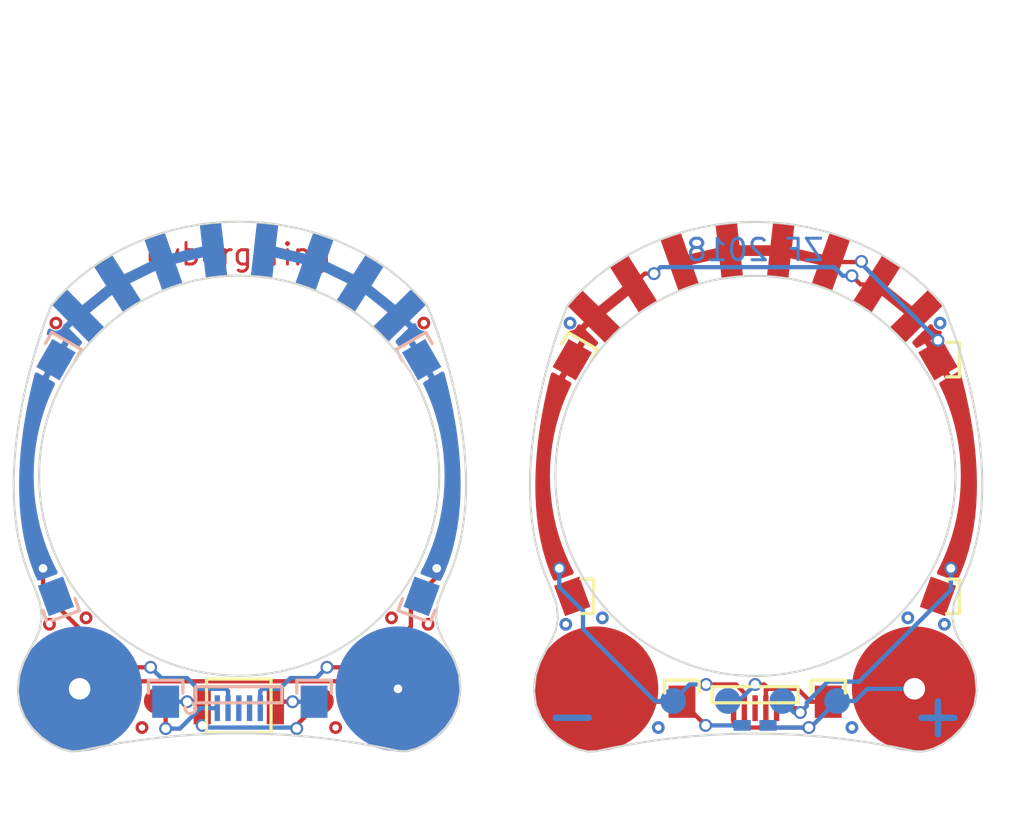
<source format=kicad_pcb>
(kicad_pcb (version 4) (host pcbnew 4.0.7-e2-6376~58~ubuntu14.04.1)

  (general
    (links 36)
    (no_connects 0)
    (area 55.486676 128.033933 100.611734 152.76589)
    (thickness 1.6)
    (drawings 593)
    (tracks 145)
    (zones 0)
    (modules 58)
    (nets 19)
  )

  (page A4)
  (layers
    (0 F.Cu signal)
    (31 B.Cu signal)
    (32 B.Adhes user)
    (33 F.Adhes user)
    (34 B.Paste user)
    (35 F.Paste user)
    (36 B.SilkS user)
    (37 F.SilkS user)
    (38 B.Mask user)
    (39 F.Mask user)
    (40 Dwgs.User user)
    (41 Cmts.User user)
    (42 Eco1.User user)
    (43 Eco2.User user)
    (44 Edge.Cuts user)
    (45 Margin user)
    (46 B.CrtYd user)
    (47 F.CrtYd user)
    (48 B.Fab user)
    (49 F.Fab user)
  )

  (setup
    (last_trace_width 0.2)
    (user_trace_width 0.5)
    (trace_clearance 0.2)
    (zone_clearance 0.2)
    (zone_45_only no)
    (trace_min 0.2)
    (segment_width 0.2)
    (edge_width 0.15)
    (via_size 0.6)
    (via_drill 0.4)
    (via_min_size 0.4)
    (via_min_drill 0.3)
    (uvia_size 0.3)
    (uvia_drill 0.1)
    (uvias_allowed no)
    (uvia_min_size 0.2)
    (uvia_min_drill 0.1)
    (pcb_text_width 0.3)
    (pcb_text_size 1.5 1.5)
    (mod_edge_width 0.15)
    (mod_text_size 1 1)
    (mod_text_width 0.15)
    (pad_size 1 2.5)
    (pad_drill 0)
    (pad_to_mask_clearance 0)
    (aux_axis_origin 0 0)
    (visible_elements FFFFFF7F)
    (pcbplotparams
      (layerselection 0x010f0_80000001)
      (usegerberextensions false)
      (excludeedgelayer true)
      (linewidth 0.100000)
      (plotframeref false)
      (viasonmask false)
      (mode 1)
      (useauxorigin false)
      (hpglpennumber 1)
      (hpglpenspeed 20)
      (hpglpendiameter 15)
      (hpglpenoverlay 2)
      (psnegative false)
      (psa4output false)
      (plotreference true)
      (plotvalue true)
      (plotinvisibletext false)
      (padsonsilk false)
      (subtractmaskfromsilk false)
      (outputformat 1)
      (mirror false)
      (drillshape 0)
      (scaleselection 1)
      (outputdirectory Gerbers/))
  )

  (net 0 "")
  (net 1 VCC)
  (net 2 GND)
  (net 3 /LED_BOTTOM_0)
  (net 4 /LED_TOP_0)
  (net 5 /LED_TOP_1)
  (net 6 /LED_BOTTOM_1)
  (net 7 "Net-(BOT_PAD1-Pad1)")
  (net 8 "Net-(BOT_R1-Pad1)")
  (net 9 "Net-(BOT_R2-Pad1)")
  (net 10 "Net-(BOT_R3-Pad1)")
  (net 11 "Net-(BOT_R4-Pad1)")
  (net 12 "Net-(BOT_U1-Pad4)")
  (net 13 "Net-(BOT_U1-Pad3)")
  (net 14 "Net-(BOT_U1-Pad1)")
  (net 15 "Net-(TOP_R1-Pad1)")
  (net 16 "Net-(TOP_R3-Pad1)")
  (net 17 "Net-(TOP_R4-Pad1)")
  (net 18 "Net-(TOP_U1-Pad13)")

  (net_class Default "This is the default net class."
    (clearance 0.2)
    (trace_width 0.2)
    (via_dia 0.6)
    (via_drill 0.4)
    (uvia_dia 0.3)
    (uvia_drill 0.1)
    (add_net /LED_BOTTOM_0)
    (add_net /LED_BOTTOM_1)
    (add_net /LED_TOP_0)
    (add_net /LED_TOP_1)
    (add_net GND)
    (add_net "Net-(BOT_PAD1-Pad1)")
    (add_net "Net-(BOT_R1-Pad1)")
    (add_net "Net-(BOT_R2-Pad1)")
    (add_net "Net-(BOT_R3-Pad1)")
    (add_net "Net-(BOT_R4-Pad1)")
    (add_net "Net-(BOT_U1-Pad1)")
    (add_net "Net-(BOT_U1-Pad3)")
    (add_net "Net-(BOT_U1-Pad4)")
    (add_net "Net-(TOP_R1-Pad1)")
    (add_net "Net-(TOP_R3-Pad1)")
    (add_net "Net-(TOP_R4-Pad1)")
    (add_net "Net-(TOP_U1-Pad13)")
    (add_net VCC)
  )

  (module KiCad_Footprints:ZF_STRUCT_HOLE_0-30mm (layer B.Cu) (tedit 5A73A621) (tstamp 5A73E153)
    (at 98.6 132.8)
    (fp_text reference REF** (at 0 -3.3) (layer B.SilkS) hide
      (effects (font (size 1 1) (thickness 0.15)) (justify mirror))
    )
    (fp_text value ZF_STRUCT_HOLE_0-30mm (at 0 3) (layer B.Fab) hide
      (effects (font (size 1 1) (thickness 0.15)) (justify mirror))
    )
    (pad 1 thru_hole circle (at 0 0) (size 0.3 0.3) (drill 0.3) (layers *.Cu *.Mask))
    (pad 1 smd circle (at 0 0) (size 0.6 0.6) (layers B.Cu B.Paste B.Mask))
  )

  (module KiCad_Footprints:ZF_SMD_NonPol_0402_cap (layer B.Cu) (tedit 591B0C39) (tstamp 5A42C788)
    (at 90 151.5 180)
    (path /5A432063)
    (fp_text reference C1 (at 0 -1.25 180) (layer B.Fab)
      (effects (font (size 1 1) (thickness 0.15)) (justify mirror))
    )
    (fp_text value 0u1 (at 0 1.5 180) (layer B.Fab) hide
      (effects (font (size 1 1) (thickness 0.15)) (justify mirror))
    )
    (pad 1 smd rect (at -0.6 0 180) (size 0.8 0.5) (layers B.Cu B.Paste B.Mask)
      (net 1 VCC))
    (pad 2 smd rect (at 0.6 0 180) (size 0.8 0.5) (layers B.Cu B.Paste B.Mask)
      (net 2 GND))
    (model Capacitors_SMD.3dshapes/C_0402.wrl
      (at (xyz 0 0 0))
      (scale (xyz 1 1 1))
      (rotate (xyz 0 0 0))
    )
  )

  (module KiCad_Footprints:ZF_SW_B3U (layer F.Cu) (tedit 5B06C1B2) (tstamp 5A4A8734)
    (at 66 150.6)
    (path /5A4A7E66)
    (fp_text reference SW1 (at 0 3) (layer F.Fab) hide
      (effects (font (size 1 1) (thickness 0.15)))
    )
    (fp_text value SW_PUSH (at 0 -4) (layer F.Fab) hide
      (effects (font (size 1 1) (thickness 0.15)))
    )
    (fp_line (start -1.5 1.25) (end -1.5 -1.25) (layer F.SilkS) (width 0.15))
    (fp_line (start 1.5 1.25) (end -1.5 1.25) (layer F.SilkS) (width 0.15))
    (fp_line (start 1.5 -1.25) (end 1.5 1.25) (layer F.SilkS) (width 0.15))
    (fp_line (start -1.5 -1.25) (end 1.5 -1.25) (layer F.SilkS) (width 0.15))
    (pad 1 smd rect (at -1.7 0) (size 0.8 1.7) (layers F.Cu F.Paste F.Mask)
      (net 9 "Net-(BOT_R2-Pad1)"))
    (pad 2 smd rect (at 1.7 0) (size 0.8 1.7) (layers F.Cu F.Paste F.Mask)
      (net 8 "Net-(BOT_R1-Pad1)"))
  )

  (module KiCad_Footprints:ZF_CONN_1-2_pad (layer F.Cu) (tedit 5A4AD501) (tstamp 5A42C834)
    (at 69.81 150.365)
    (path /5A433B99)
    (attr smd)
    (fp_text reference TP7 (at 0 1.5) (layer Cmts.User)
      (effects (font (size 1 1) (thickness 0.15)))
    )
    (fp_text value GND (at 0 -1.6) (layer F.Fab) hide
      (effects (font (size 1 1) (thickness 0.15)))
    )
    (pad 1 smd circle (at 0 0) (size 1.2 1.2) (layers F.Cu F.Mask)
      (net 9 "Net-(BOT_R2-Pad1)"))
  )

  (module KiCad_Footprints:ZF_CONN_1-2_pad (layer B.Cu) (tedit 5A4AD501) (tstamp 5A42C81B)
    (at 86.19 150.365)
    (path /5A42DADA)
    (attr smd)
    (fp_text reference TP2 (at 0 -1.5) (layer Cmts.User)
      (effects (font (size 1 1) (thickness 0.15)))
    )
    (fp_text value SCK (at 0 1.6) (layer B.Fab) hide
      (effects (font (size 1 1) (thickness 0.15)) (justify mirror))
    )
    (pad 1 smd circle (at 0 0) (size 1.2 1.2) (layers B.Cu B.Mask)
      (net 4 /LED_TOP_0))
  )

  (module KiCad_Footprints:ZF_CONN_1-2_pad (layer B.Cu) (tedit 5A4AD501) (tstamp 5A42C820)
    (at 88.73 150.365)
    (path /5A42DC11)
    (attr smd)
    (fp_text reference TP3 (at 0 -1.5) (layer Cmts.User)
      (effects (font (size 1 1) (thickness 0.15)))
    )
    (fp_text value MISO (at 0 1.6) (layer B.Fab) hide
      (effects (font (size 1 1) (thickness 0.15)) (justify mirror))
    )
    (pad 1 smd circle (at 0 0) (size 1.2 1.2) (layers B.Cu B.Mask)
      (net 15 "Net-(TOP_R1-Pad1)"))
  )

  (module KiCad_Footprints:ZF_CONN_1-2_pad (layer B.Cu) (tedit 5A4AD501) (tstamp 5A42C825)
    (at 91.27 150.365)
    (path /5A42DD03)
    (attr smd)
    (fp_text reference TP4 (at 0 -1.5) (layer Cmts.User)
      (effects (font (size 1 1) (thickness 0.15)))
    )
    (fp_text value MOSI (at 0 1.6) (layer B.Fab) hide
      (effects (font (size 1 1) (thickness 0.15)) (justify mirror))
    )
    (pad 1 smd circle (at 0 0) (size 1.2 1.2) (layers B.Cu B.Mask)
      (net 5 /LED_TOP_1))
  )

  (module KiCad_Footprints:ZF_CONN_1-2_pad (layer B.Cu) (tedit 5A4AD501) (tstamp 5A42C82A)
    (at 93.81 150.365)
    (path /5A42F2C2)
    (attr smd)
    (fp_text reference TP5 (at 0 -1.5) (layer Cmts.User)
      (effects (font (size 1 1) (thickness 0.15)))
    )
    (fp_text value VCC (at 0 1.6) (layer B.Fab) hide
      (effects (font (size 1 1) (thickness 0.15)) (justify mirror))
    )
    (pad 1 smd circle (at 0 0) (size 1.2 1.2) (layers B.Cu B.Mask)
      (net 1 VCC))
  )

  (module KiCad_Footprints:ZF_CONN_1-2_pad (layer F.Cu) (tedit 5A4AD501) (tstamp 5A42C816)
    (at 62.19 150.365)
    (path /5A432B82)
    (attr smd)
    (fp_text reference TP1 (at 0 1.5) (layer Cmts.User)
      (effects (font (size 1 1) (thickness 0.15)))
    )
    (fp_text value RESET (at 0 -1.6) (layer F.Fab) hide
      (effects (font (size 1 1) (thickness 0.15)))
    )
    (pad 1 smd circle (at 0 0) (size 1.2 1.2) (layers F.Cu F.Mask)
      (net 14 "Net-(BOT_U1-Pad1)"))
  )

  (module KiCad_Footprints:ZF_STRUCT_HOLE_0-30mm (layer F.Cu) (tedit 5A73A621) (tstamp 5A73E0CC)
    (at 57.2 146.8)
    (fp_text reference REF** (at 0 3.3) (layer F.SilkS) hide
      (effects (font (size 1 1) (thickness 0.15)))
    )
    (fp_text value ZF_STRUCT_HOLE_0-30mm (at 0 -3) (layer F.Fab) hide
      (effects (font (size 1 1) (thickness 0.15)))
    )
    (pad 1 thru_hole circle (at 0 0) (size 0.3 0.3) (drill 0.3) (layers *.Cu *.Mask))
    (pad 1 smd circle (at 0 0) (size 0.6 0.6) (layers F.Cu F.Paste F.Mask))
  )

  (module KiCad_Footprints:ZF_STRUCT_HOLE_0-30mm (layer F.Cu) (tedit 5A73A621) (tstamp 5A73E0E6)
    (at 58.9 146.5)
    (fp_text reference REF** (at 0 3.3) (layer F.SilkS) hide
      (effects (font (size 1 1) (thickness 0.15)))
    )
    (fp_text value ZF_STRUCT_HOLE_0-30mm (at 0 -3) (layer F.Fab) hide
      (effects (font (size 1 1) (thickness 0.15)))
    )
    (pad 1 thru_hole circle (at 0 0) (size 0.3 0.3) (drill 0.3) (layers *.Cu *.Mask))
    (pad 1 smd circle (at 0 0) (size 0.6 0.6) (layers F.Cu F.Paste F.Mask))
  )

  (module KiCad_Footprints:ZF_STRUCT_HOLE_0-30mm (layer F.Cu) (tedit 5A73A621) (tstamp 5A73E0ED)
    (at 73.1 146.5)
    (fp_text reference REF** (at 0 3.3) (layer F.SilkS) hide
      (effects (font (size 1 1) (thickness 0.15)))
    )
    (fp_text value ZF_STRUCT_HOLE_0-30mm (at 0 -3) (layer F.Fab) hide
      (effects (font (size 1 1) (thickness 0.15)))
    )
    (pad 1 thru_hole circle (at 0 0) (size 0.3 0.3) (drill 0.3) (layers *.Cu *.Mask))
    (pad 1 smd circle (at 0 0) (size 0.6 0.6) (layers F.Cu F.Paste F.Mask))
  )

  (module KiCad_Footprints:ZF_STRUCT_HOLE_0-30mm (layer F.Cu) (tedit 5A73A621) (tstamp 5A73E0D3)
    (at 74.8 146.8)
    (fp_text reference REF** (at 0 3.3) (layer F.SilkS) hide
      (effects (font (size 1 1) (thickness 0.15)))
    )
    (fp_text value ZF_STRUCT_HOLE_0-30mm (at 0 -3) (layer F.Fab) hide
      (effects (font (size 1 1) (thickness 0.15)))
    )
    (pad 1 thru_hole circle (at 0 0) (size 0.3 0.3) (drill 0.3) (layers *.Cu *.Mask))
    (pad 1 smd circle (at 0 0) (size 0.6 0.6) (layers F.Cu F.Paste F.Mask))
  )

  (module KiCad_Footprints:ZF_STRUCT_HOLE_0-30mm (layer B.Cu) (tedit 5A73A621) (tstamp 5A73E0D9)
    (at 81.2 146.8)
    (fp_text reference REF** (at 0 -3.3) (layer B.SilkS) hide
      (effects (font (size 1 1) (thickness 0.15)) (justify mirror))
    )
    (fp_text value ZF_STRUCT_HOLE_0-30mm (at 0 3) (layer B.Fab) hide
      (effects (font (size 1 1) (thickness 0.15)) (justify mirror))
    )
    (pad 1 thru_hole circle (at 0 0) (size 0.3 0.3) (drill 0.3) (layers *.Cu *.Mask))
    (pad 1 smd circle (at 0 0) (size 0.6 0.6) (layers B.Cu B.Paste B.Mask))
  )

  (module KiCad_Footprints:ZF_STRUCT_HOLE_0-30mm (layer B.Cu) (tedit 5A73A621) (tstamp 5A73E0F3)
    (at 82.9 146.5)
    (fp_text reference REF** (at 0 -3.3) (layer B.SilkS) hide
      (effects (font (size 1 1) (thickness 0.15)) (justify mirror))
    )
    (fp_text value ZF_STRUCT_HOLE_0-30mm (at 0 3) (layer B.Fab) hide
      (effects (font (size 1 1) (thickness 0.15)) (justify mirror))
    )
    (pad 1 thru_hole circle (at 0 0) (size 0.3 0.3) (drill 0.3) (layers *.Cu *.Mask))
    (pad 1 smd circle (at 0 0) (size 0.6 0.6) (layers B.Cu B.Paste B.Mask))
  )

  (module KiCad_Footprints:ZF_STRUCT_HOLE_0-30mm (layer B.Cu) (tedit 5A73A621) (tstamp 5A73E0DF)
    (at 98.8 146.8)
    (fp_text reference REF** (at 0 -3.3) (layer B.SilkS) hide
      (effects (font (size 1 1) (thickness 0.15)) (justify mirror))
    )
    (fp_text value ZF_STRUCT_HOLE_0-30mm (at 0 3) (layer B.Fab) hide
      (effects (font (size 1 1) (thickness 0.15)) (justify mirror))
    )
    (pad 1 thru_hole circle (at 0 0) (size 0.3 0.3) (drill 0.3) (layers *.Cu *.Mask))
    (pad 1 smd circle (at 0 0) (size 0.6 0.6) (layers B.Cu B.Paste B.Mask))
  )

  (module KiCad_Footprints:ZF_STRUCT_HOLE_0-30mm (layer B.Cu) (tedit 5A73A621) (tstamp 5A73E133)
    (at 97.1 146.5)
    (fp_text reference REF** (at 0 -3.3) (layer B.SilkS) hide
      (effects (font (size 1 1) (thickness 0.15)) (justify mirror))
    )
    (fp_text value ZF_STRUCT_HOLE_0-30mm (at 0 3) (layer B.Fab) hide
      (effects (font (size 1 1) (thickness 0.15)) (justify mirror))
    )
    (pad 1 thru_hole circle (at 0 0) (size 0.3 0.3) (drill 0.3) (layers *.Cu *.Mask))
    (pad 1 smd circle (at 0 0) (size 0.6 0.6) (layers B.Cu B.Paste B.Mask))
  )

  (module KiCad_Footprints:ZF_STRUCT_HOLE_0-30mm (layer F.Cu) (tedit 5A73A621) (tstamp 5A73E13A)
    (at 57.5 132.8)
    (fp_text reference REF** (at 0 3.3) (layer F.SilkS) hide
      (effects (font (size 1 1) (thickness 0.15)))
    )
    (fp_text value ZF_STRUCT_HOLE_0-30mm (at 0 -3) (layer F.Fab) hide
      (effects (font (size 1 1) (thickness 0.15)))
    )
    (pad 1 thru_hole circle (at 0 0) (size 0.3 0.3) (drill 0.3) (layers *.Cu *.Mask))
    (pad 1 smd circle (at 0 0) (size 0.6 0.6) (layers F.Cu F.Paste F.Mask))
  )

  (module KiCad_Footprints:ZF_STRUCT_HOLE_0-30mm (layer F.Cu) (tedit 5A73A621) (tstamp 5A73E141)
    (at 74.6 132.8)
    (fp_text reference REF** (at 0 3.3) (layer F.SilkS) hide
      (effects (font (size 1 1) (thickness 0.15)))
    )
    (fp_text value ZF_STRUCT_HOLE_0-30mm (at 0 -3) (layer F.Fab) hide
      (effects (font (size 1 1) (thickness 0.15)))
    )
    (pad 1 thru_hole circle (at 0 0) (size 0.3 0.3) (drill 0.3) (layers *.Cu *.Mask))
    (pad 1 smd circle (at 0 0) (size 0.6 0.6) (layers F.Cu F.Paste F.Mask))
  )

  (module KiCad_Footprints:ZF_STRUCT_HOLE_0-30mm (layer B.Cu) (tedit 5A73A621) (tstamp 5A73E147)
    (at 81.4 132.8)
    (fp_text reference REF** (at 0 -3.3) (layer B.SilkS) hide
      (effects (font (size 1 1) (thickness 0.15)) (justify mirror))
    )
    (fp_text value ZF_STRUCT_HOLE_0-30mm (at 0 3) (layer B.Fab) hide
      (effects (font (size 1 1) (thickness 0.15)) (justify mirror))
    )
    (pad 1 thru_hole circle (at 0 0) (size 0.3 0.3) (drill 0.3) (layers *.Cu *.Mask))
    (pad 1 smd circle (at 0 0) (size 0.6 0.6) (layers B.Cu B.Paste B.Mask))
  )

  (module KiCad_Footprints:ZF_STRUCT_HOLE_0-30mm (layer F.Cu) (tedit 5A73A621) (tstamp 5A73EDAC)
    (at 61.5 151.6)
    (fp_text reference REF** (at 0 3.3) (layer F.SilkS) hide
      (effects (font (size 1 1) (thickness 0.15)))
    )
    (fp_text value ZF_STRUCT_HOLE_0-30mm (at 0 -3) (layer F.Fab) hide
      (effects (font (size 1 1) (thickness 0.15)))
    )
    (pad 1 thru_hole circle (at 0 0) (size 0.3 0.3) (drill 0.3) (layers *.Cu *.Mask))
    (pad 1 smd circle (at 0 0) (size 0.6 0.6) (layers F.Cu F.Paste F.Mask))
  )

  (module KiCad_Footprints:ZF_STRUCT_HOLE_0-30mm (layer F.Cu) (tedit 5A73A621) (tstamp 5A73EDB3)
    (at 70.5 151.6)
    (fp_text reference REF** (at 0 3.3) (layer F.SilkS) hide
      (effects (font (size 1 1) (thickness 0.15)))
    )
    (fp_text value ZF_STRUCT_HOLE_0-30mm (at 0 -3) (layer F.Fab) hide
      (effects (font (size 1 1) (thickness 0.15)))
    )
    (pad 1 thru_hole circle (at 0 0) (size 0.3 0.3) (drill 0.3) (layers *.Cu *.Mask))
    (pad 1 smd circle (at 0 0) (size 0.6 0.6) (layers F.Cu F.Paste F.Mask))
  )

  (module KiCad_Footprints:ZF_STRUCT_HOLE_0-30mm (layer B.Cu) (tedit 5A73A621) (tstamp 5A73EDB9)
    (at 85.5 151.6)
    (fp_text reference REF** (at 0 -3.3) (layer B.SilkS) hide
      (effects (font (size 1 1) (thickness 0.15)) (justify mirror))
    )
    (fp_text value ZF_STRUCT_HOLE_0-30mm (at 0 3) (layer B.Fab) hide
      (effects (font (size 1 1) (thickness 0.15)) (justify mirror))
    )
    (pad 1 thru_hole circle (at 0 0) (size 0.3 0.3) (drill 0.3) (layers *.Cu *.Mask))
    (pad 1 smd circle (at 0 0) (size 0.6 0.6) (layers B.Cu B.Paste B.Mask))
  )

  (module KiCad_Footprints:ZF_STRUCT_HOLE_0-30mm (layer B.Cu) (tedit 5A73A621) (tstamp 5A73EDBF)
    (at 94.5 151.6)
    (fp_text reference REF** (at 0 -3.3) (layer B.SilkS) hide
      (effects (font (size 1 1) (thickness 0.15)) (justify mirror))
    )
    (fp_text value ZF_STRUCT_HOLE_0-30mm (at 0 3) (layer B.Fab) hide
      (effects (font (size 1 1) (thickness 0.15)) (justify mirror))
    )
    (pad 1 thru_hole circle (at 0 0) (size 0.3 0.3) (drill 0.3) (layers *.Cu *.Mask))
    (pad 1 smd circle (at 0 0) (size 0.6 0.6) (layers B.Cu B.Paste B.Mask))
  )

  (module KiCad_Footprints:ZF_SMD_0508_CORD (layer B.Cu) (tedit 5B06C045) (tstamp 5B06BF57)
    (at 58.51317 132.454836 90)
    (path /5A435F01)
    (fp_text reference BOT_D1 (at 0 -2.75 90) (layer B.SilkS) hide
      (effects (font (size 1 1) (thickness 0.15)) (justify mirror))
    )
    (fp_text value 22R+LED+22R (at 0 3 90) (layer B.Fab) hide
      (effects (font (size 1 1) (thickness 0.15)) (justify mirror))
    )
    (pad 1 smd rect (at 0 0 44.5) (size 1 2.5) (layers B.Cu B.Paste B.Mask)
      (net 3 /LED_BOTTOM_0))
  )

  (module KiCad_Footprints:ZF_SMD_0508_CORD (layer B.Cu) (tedit 5B06C07D) (tstamp 5B06BF5C)
    (at 60.36 130.96)
    (path /5A4367FE)
    (fp_text reference BOT_D2 (at 0 -2.75) (layer B.SilkS) hide
      (effects (font (size 1 1) (thickness 0.15)) (justify mirror))
    )
    (fp_text value 22R+LED+22R (at 0 3) (layer B.Fab) hide
      (effects (font (size 1 1) (thickness 0.15)) (justify mirror))
    )
    (pad 1 smd rect (at 0 0 32.5) (size 1 2.5) (layers B.Cu B.Paste B.Mask)
      (net 3 /LED_BOTTOM_0))
  )

  (module KiCad_Footprints:ZF_SMD_0508_CORD (layer B.Cu) (tedit 5B06C0A4) (tstamp 5B06BF61)
    (at 62.49 129.91)
    (path /5A437665)
    (fp_text reference BOT_D3 (at 0 -2.75) (layer B.SilkS) hide
      (effects (font (size 1 1) (thickness 0.15)) (justify mirror))
    )
    (fp_text value 22R+LED+22R (at 0 3) (layer B.Fab) hide
      (effects (font (size 1 1) (thickness 0.15)) (justify mirror))
    )
    (pad 1 smd rect (at 0 0 19.5) (size 1 2.5) (layers B.Cu B.Paste B.Mask)
      (net 3 /LED_BOTTOM_0))
  )

  (module KiCad_Footprints:ZF_SMD_0508_CORD (layer B.Cu) (tedit 5B06C0C1) (tstamp 5B06BF66)
    (at 64.82 129.38)
    (path /5A43766B)
    (fp_text reference BOT_D4 (at 0 -2.75) (layer B.SilkS) hide
      (effects (font (size 1 1) (thickness 0.15)) (justify mirror))
    )
    (fp_text value 22R+LED+22R (at 0 3) (layer B.Fab) hide
      (effects (font (size 1 1) (thickness 0.15)) (justify mirror))
    )
    (pad 1 smd rect (at 0 0 6.5) (size 1 2.5) (layers B.Cu B.Paste B.Mask)
      (net 3 /LED_BOTTOM_0))
  )

  (module KiCad_Footprints:ZF_SMD_0508_CORD (layer B.Cu) (tedit 5B06C101) (tstamp 5B06BF6B)
    (at 67.2 129.4)
    (path /5A437FF7)
    (fp_text reference BOT_D5 (at 0 -2.75) (layer B.SilkS) hide
      (effects (font (size 1 1) (thickness 0.15)) (justify mirror))
    )
    (fp_text value 22R+LED+22R (at 0 3) (layer B.Fab) hide
      (effects (font (size 1 1) (thickness 0.15)) (justify mirror))
    )
    (pad 1 smd rect (at 0 0 353.5) (size 1 2.5) (layers B.Cu B.Paste B.Mask)
      (net 6 /LED_BOTTOM_1))
  )

  (module KiCad_Footprints:ZF_SMD_0508_CORD (layer B.Cu) (tedit 5B06C130) (tstamp 5B06BF70)
    (at 69.52 129.93)
    (path /5A437FFD)
    (fp_text reference BOT_D6 (at 0 -2.75) (layer B.SilkS) hide
      (effects (font (size 1 1) (thickness 0.15)) (justify mirror))
    )
    (fp_text value 22R+LED+22R (at 0 3) (layer B.Fab) hide
      (effects (font (size 1 1) (thickness 0.15)) (justify mirror))
    )
    (pad 1 smd rect (at 0 0 340.5) (size 1 2.5) (layers B.Cu B.Paste B.Mask)
      (net 6 /LED_BOTTOM_1))
  )

  (module KiCad_Footprints:ZF_SMD_0508_CORD (layer B.Cu) (tedit 5B06C145) (tstamp 5B06BF75)
    (at 71.64 130.96)
    (path /5A438FD2)
    (fp_text reference BOT_D7 (at 0 -2.75) (layer B.SilkS) hide
      (effects (font (size 1 1) (thickness 0.15)) (justify mirror))
    )
    (fp_text value 22R+LED+22R (at 0 3) (layer B.Fab) hide
      (effects (font (size 1 1) (thickness 0.15)) (justify mirror))
    )
    (pad 1 smd rect (at 0 0 327.5) (size 1 2.5) (layers B.Cu B.Paste B.Mask)
      (net 6 /LED_BOTTOM_1))
  )

  (module KiCad_Footprints:ZF_SMD_0508_CORD (layer B.Cu) (tedit 5B06C15A) (tstamp 5B06BF7A)
    (at 73.49 132.44)
    (path /5A438FD8)
    (fp_text reference BOT_D8 (at 0 -2.75) (layer B.SilkS) hide
      (effects (font (size 1 1) (thickness 0.15)) (justify mirror))
    )
    (fp_text value 22R+LED+22R (at 0 3) (layer B.Fab) hide
      (effects (font (size 1 1) (thickness 0.15)) (justify mirror))
    )
    (pad 1 smd rect (at 0 0 314.5) (size 1 2.5) (layers B.Cu B.Paste B.Mask)
      (net 6 /LED_BOTTOM_1))
  )

  (module KiCad_Footprints:ZF_BATT_AC10E_NEG (layer B.Cu) (tedit 5B06BEF5) (tstamp 5B06BF7F)
    (at 73.4 149.8 180)
    (path /5A43068F)
    (fp_text reference BOT_PAD1 (at 0 -3 180) (layer B.Fab) hide
      (effects (font (size 1 1) (thickness 0.15)) (justify mirror))
    )
    (fp_text value BATT0- (at 0 3 180) (layer B.Fab) hide
      (effects (font (size 1 1) (thickness 0.15)) (justify mirror))
    )
    (pad 1 smd circle (at 0 0 180) (size 5.8 5.8) (layers B.Cu B.Mask)
      (net 7 "Net-(BOT_PAD1-Pad1)"))
  )

  (module KiCad_Footprints:ZF_BATT_AC10E_POS (layer B.Cu) (tedit 5B06BEF8) (tstamp 5B06BF85)
    (at 58.6 149.8 180)
    (path /5A43078A)
    (fp_text reference BOT_PAD2 (at 0 -3.8 180) (layer B.Fab) hide
      (effects (font (size 1 1) (thickness 0.15)) (justify mirror))
    )
    (fp_text value BATT1+ (at 0 2.4 180) (layer B.Fab) hide
      (effects (font (size 1 1) (thickness 0.15)) (justify mirror))
    )
    (pad 1 smd circle (at 0 0 180) (size 5.8 5.8) (layers B.Cu B.Mask)
      (net 7 "Net-(BOT_PAD1-Pad1)"))
    (pad 1 thru_hole circle (at 0 0 180) (size 1 1) (drill 1) (layers *.Cu *.Mask)
      (net 7 "Net-(BOT_PAD1-Pad1)"))
  )

  (module KiCad_Footprints:ZF_SMD_0805_CORD (layer B.Cu) (tedit 5921AD73) (tstamp 5B06BF8D)
    (at 69.5 150.4 90)
    (path /5A432159)
    (fp_text reference BOT_R1 (at 0 -2.75 90) (layer B.SilkS) hide
      (effects (font (size 1 1) (thickness 0.15)) (justify mirror))
    )
    (fp_text value JMP+JMP (at 0 3 90) (layer B.Fab) hide
      (effects (font (size 1 1) (thickness 0.15)) (justify mirror))
    )
    (fp_line (start 1 -0.8) (end 0.4 -0.8) (layer B.SilkS) (width 0.15))
    (fp_line (start 1 0.8) (end 1 -0.8) (layer B.SilkS) (width 0.15))
    (fp_line (start 0.4 0.8) (end 1 0.8) (layer B.SilkS) (width 0.15))
    (pad 1 smd rect (at 0 0 90) (size 1.5 1.25) (layers B.Cu B.Paste B.Mask)
      (net 8 "Net-(BOT_R1-Pad1)"))
  )

  (module KiCad_Footprints:ZF_SMD_0805_CORD (layer B.Cu) (tedit 5921AD73) (tstamp 5B06BF95)
    (at 62.6 150.4 90)
    (path /5A433F51)
    (fp_text reference BOT_R2 (at 0 -2.75 90) (layer B.SilkS) hide
      (effects (font (size 1 1) (thickness 0.15)) (justify mirror))
    )
    (fp_text value JMP+JMP (at 0 3 90) (layer B.Fab) hide
      (effects (font (size 1 1) (thickness 0.15)) (justify mirror))
    )
    (fp_line (start 1 -0.8) (end 0.4 -0.8) (layer B.SilkS) (width 0.15))
    (fp_line (start 1 0.8) (end 1 -0.8) (layer B.SilkS) (width 0.15))
    (fp_line (start 0.4 0.8) (end 1 0.8) (layer B.SilkS) (width 0.15))
    (pad 1 smd rect (at 0 0 90) (size 1.5 1.25) (layers B.Cu B.Paste B.Mask)
      (net 9 "Net-(BOT_R2-Pad1)"))
  )

  (module KiCad_Footprints:ZF_SMD_0805_CORD (layer B.Cu) (tedit 5921AD73) (tstamp 5B06BF9D)
    (at 57.5 145.5 290)
    (path /5B07A431)
    (fp_text reference BOT_R3 (at 0 -2.75 290) (layer B.SilkS) hide
      (effects (font (size 1 1) (thickness 0.15)) (justify mirror))
    )
    (fp_text value 10M+10M (at 0 3 290) (layer B.Fab) hide
      (effects (font (size 1 1) (thickness 0.15)) (justify mirror))
    )
    (fp_line (start 1 -0.8) (end 0.4 -0.8) (layer B.SilkS) (width 0.15))
    (fp_line (start 1 0.8) (end 1 -0.8) (layer B.SilkS) (width 0.15))
    (fp_line (start 0.4 0.8) (end 1 0.8) (layer B.SilkS) (width 0.15))
    (pad 1 smd rect (at 0 0 290) (size 1.5 1.25) (layers B.Cu B.Paste B.Mask)
      (net 10 "Net-(BOT_R3-Pad1)"))
  )

  (module KiCad_Footprints:ZF_SMD_0805_CORD (layer B.Cu) (tedit 5921AD73) (tstamp 5B06BFA5)
    (at 74.5 145.5 250)
    (path /5B07A226)
    (fp_text reference BOT_R4 (at 0 -2.75 250) (layer B.SilkS) hide
      (effects (font (size 1 1) (thickness 0.15)) (justify mirror))
    )
    (fp_text value 10M+10M (at 0 3 250) (layer B.Fab) hide
      (effects (font (size 1 1) (thickness 0.15)) (justify mirror))
    )
    (fp_line (start 1 -0.8) (end 0.4 -0.8) (layer B.SilkS) (width 0.15))
    (fp_line (start 1 0.8) (end 1 -0.8) (layer B.SilkS) (width 0.15))
    (fp_line (start 0.4 0.8) (end 1 0.8) (layer B.SilkS) (width 0.15))
    (pad 1 smd rect (at 0 0 250) (size 1.5 1.25) (layers B.Cu B.Paste B.Mask)
      (net 11 "Net-(BOT_R4-Pad1)"))
  )

  (module KiCad_Footprints:ZF_SMD_0805_CORD (layer B.Cu) (tedit 5921AD73) (tstamp 5B06BFAD)
    (at 57.5 134.5 60)
    (path /5B073586)
    (fp_text reference BOT_R5 (at 0 -2.75 60) (layer B.SilkS) hide
      (effects (font (size 1 1) (thickness 0.15)) (justify mirror))
    )
    (fp_text value 10M+10M (at 0 3 60) (layer B.Fab) hide
      (effects (font (size 1 1) (thickness 0.15)) (justify mirror))
    )
    (fp_line (start 1 -0.8) (end 0.4 -0.8) (layer B.SilkS) (width 0.15))
    (fp_line (start 1 0.8) (end 1 -0.8) (layer B.SilkS) (width 0.15))
    (fp_line (start 0.4 0.8) (end 1 0.8) (layer B.SilkS) (width 0.15))
    (pad 1 smd rect (at 0 0 60) (size 1.5 1.25) (layers B.Cu B.Paste B.Mask)
      (net 3 /LED_BOTTOM_0))
  )

  (module KiCad_Footprints:ZF_SMD_0805_CORD (layer B.Cu) (tedit 5921AD73) (tstamp 5B06BFB5)
    (at 74.5 134.5 120)
    (path /5B06C812)
    (fp_text reference BOT_R6 (at 0 -2.75 120) (layer B.SilkS) hide
      (effects (font (size 1 1) (thickness 0.15)) (justify mirror))
    )
    (fp_text value 10M+10M (at 0 3 120) (layer B.Fab) hide
      (effects (font (size 1 1) (thickness 0.15)) (justify mirror))
    )
    (fp_line (start 1 -0.8) (end 0.4 -0.8) (layer B.SilkS) (width 0.15))
    (fp_line (start 1 0.8) (end 1 -0.8) (layer B.SilkS) (width 0.15))
    (fp_line (start 0.4 0.8) (end 1 0.8) (layer B.SilkS) (width 0.15))
    (pad 1 smd rect (at 0 0 120) (size 1.5 1.25) (layers B.Cu B.Paste B.Mask)
      (net 6 /LED_BOTTOM_1))
  )

  (module KiCad_Footprints:ZF_IC_MLF20-050_CORD_1-5 (layer B.Cu) (tedit 5B06BF61) (tstamp 5B06BFC5)
    (at 66 150.2 90)
    (path /5A42C0B8)
    (fp_text reference BOT_U1 (at 0 -3.7 90) (layer Cmts.User) hide
      (effects (font (size 1 1) (thickness 0.15)))
    )
    (fp_text value ATtiny85_QFN20_1-5 (at 0 3.7 90) (layer B.Fab) hide
      (effects (font (size 1 1) (thickness 0.15)) (justify mirror))
    )
    (fp_line (start 0.5 2) (end -0.25 2) (layer B.SilkS) (width 0.15))
    (fp_line (start 0.5 -2) (end 0.5 2) (layer B.SilkS) (width 0.15))
    (fp_line (start -0.25 -2) (end 0.5 -2) (layer B.SilkS) (width 0.15))
    (fp_circle (center -0.5 -2.25) (end -0.5 -2.5) (layer B.SilkS) (width 0.15))
    (fp_line (start -0.25 1.35) (end -0.25 1.55) (layer B.SilkS) (width 0.15))
    (fp_line (start -0.25 1.75) (end -0.25 1.85) (layer B.SilkS) (width 0.15))
    (fp_line (start -0.25 2) (end -0.25 -2) (layer B.SilkS) (width 0.15))
    (pad 5 smd rect (at -0.5 1 90) (size 1.2 0.25) (layers B.Cu B.Paste B.Mask)
      (net 6 /LED_BOTTOM_1))
    (pad 4 smd rect (at -0.5 0.5 90) (size 1.2 0.25) (layers B.Cu B.Paste B.Mask)
      (net 12 "Net-(BOT_U1-Pad4)"))
    (pad 3 smd rect (at -0.5 0 90) (size 1.2 0.25) (layers B.Cu B.Paste B.Mask)
      (net 13 "Net-(BOT_U1-Pad3)"))
    (pad 2 smd rect (at -0.5 -0.5 90) (size 1.2 0.25) (layers B.Cu B.Paste B.Mask)
      (net 3 /LED_BOTTOM_0))
    (pad 1 smd rect (at -0.5 -1 90) (size 1.2 0.25) (layers B.Cu B.Paste B.Mask)
      (net 14 "Net-(BOT_U1-Pad1)"))
    (model Housings_DFN_QFN.3dshapes/QFN-20-1EP_4x4mm_Pitch0.5mm.wrl
      (at (xyz 0 0 0))
      (scale (xyz 1 1 1))
      (rotate (xyz 0 0 0))
    )
  )

  (module KiCad_Footprints:ZF_SMD_0508_CORD (layer F.Cu) (tedit 5B06C669) (tstamp 5B06BFCA)
    (at 82.5 132.5)
    (path /5A42C253)
    (fp_text reference TOP_D1 (at 0 2.75) (layer F.SilkS) hide
      (effects (font (size 1 1) (thickness 0.15)))
    )
    (fp_text value 22R+LED+22R (at 0 -3) (layer F.Fab) hide
      (effects (font (size 1 1) (thickness 0.15)))
    )
    (pad 1 smd rect (at 0 0 45.5) (size 1 2.5) (layers F.Cu F.Paste F.Mask)
      (net 4 /LED_TOP_0))
  )

  (module KiCad_Footprints:ZF_SMD_0508_CORD (layer F.Cu) (tedit 5B06C687) (tstamp 5B06BFCF)
    (at 84.36002 131.004637)
    (path /5A436804)
    (fp_text reference TOP_D2 (at 0 2.75) (layer F.SilkS) hide
      (effects (font (size 1 1) (thickness 0.15)))
    )
    (fp_text value 22R+LED+22R (at 0 -3) (layer F.Fab) hide
      (effects (font (size 1 1) (thickness 0.15)))
    )
    (pad 1 smd rect (at 0 0 32.5) (size 1 2.5) (layers F.Cu F.Paste F.Mask)
      (net 4 /LED_TOP_0))
  )

  (module KiCad_Footprints:ZF_SMD_0508_CORD (layer F.Cu) (tedit 5B06C6A9) (tstamp 5B06BFD4)
    (at 86.496693 129.962511)
    (path /5A43765F)
    (fp_text reference TOP_D3 (at 0 2.75) (layer F.SilkS) hide
      (effects (font (size 1 1) (thickness 0.15)))
    )
    (fp_text value 22R+LED+22R (at 0 -3) (layer F.Fab) hide
      (effects (font (size 1 1) (thickness 0.15)))
    )
    (pad 1 smd rect (at 0 0 19.5) (size 1 2.5) (layers F.Cu F.Paste F.Mask)
      (net 5 /LED_TOP_1))
  )

  (module KiCad_Footprints:ZF_SMD_0508_CORD (layer F.Cu) (tedit 5B06C6C3) (tstamp 5B06BFD9)
    (at 88.8 129.43)
    (path /5A437671)
    (fp_text reference TOP_D4 (at 0 2.75) (layer F.SilkS) hide
      (effects (font (size 1 1) (thickness 0.15)))
    )
    (fp_text value 22R+LED+22R (at 0 -3) (layer F.Fab) hide
      (effects (font (size 1 1) (thickness 0.15)))
    )
    (pad 1 smd rect (at 0 0 6.5) (size 1 2.5) (layers F.Cu F.Paste F.Mask)
      (net 5 /LED_TOP_1))
  )

  (module KiCad_Footprints:ZF_SMD_0508_CORD (layer F.Cu) (tedit 5A43D7BE) (tstamp 5B06BFDE)
    (at 91.19 129.43 353.5)
    (path /5A437FF1)
    (fp_text reference TOP_D5 (at 0 2.75 353.5) (layer F.SilkS) hide
      (effects (font (size 1 1) (thickness 0.15)))
    )
    (fp_text value 22R+LED+22R (at 0 -3 353.5) (layer F.Fab) hide
      (effects (font (size 1 1) (thickness 0.15)))
    )
    (pad 1 smd rect (at 0 0 353.5) (size 1 2.5) (layers F.Cu F.Paste F.Mask)
      (net 5 /LED_TOP_1))
  )

  (module KiCad_Footprints:ZF_SMD_0508_CORD (layer F.Cu) (tedit 5B06C720) (tstamp 5B06BFE3)
    (at 93.52 129.96)
    (path /5A438003)
    (fp_text reference TOP_D6 (at 0 2.75) (layer F.SilkS) hide
      (effects (font (size 1 1) (thickness 0.15)))
    )
    (fp_text value 22R+LED+22R (at 0 -3) (layer F.Fab) hide
      (effects (font (size 1 1) (thickness 0.15)))
    )
    (pad 1 smd rect (at 0 0 340.5) (size 1 2.5) (layers F.Cu F.Paste F.Mask)
      (net 5 /LED_TOP_1))
  )

  (module KiCad_Footprints:ZF_SMD_0508_CORD (layer F.Cu) (tedit 5B06C739) (tstamp 5B06BFE8)
    (at 95.643311 131.004637)
    (path /5A438FCC)
    (fp_text reference TOP_D7 (at 0 2.75) (layer F.SilkS) hide
      (effects (font (size 1 1) (thickness 0.15)))
    )
    (fp_text value 22R+LED+22R (at 0 -3) (layer F.Fab) hide
      (effects (font (size 1 1) (thickness 0.15)))
    )
    (pad 1 smd rect (at 0 0 327.5) (size 1 2.5) (layers F.Cu F.Paste F.Mask)
      (net 4 /LED_TOP_0))
  )

  (module KiCad_Footprints:ZF_SMD_0508_CORD (layer F.Cu) (tedit 5A43D7BE) (tstamp 5B06BFED)
    (at 97.49 132.5 314.5)
    (path /5A438FDE)
    (fp_text reference TOP_D8 (at 0 2.75 314.5) (layer F.SilkS) hide
      (effects (font (size 1 1) (thickness 0.15)))
    )
    (fp_text value 22R+LED+22R (at 0 -3 314.5) (layer F.Fab) hide
      (effects (font (size 1 1) (thickness 0.15)))
    )
    (pad 1 smd rect (at 0 0 314.5) (size 1 2.5) (layers F.Cu F.Paste F.Mask)
      (net 4 /LED_TOP_0))
  )

  (module KiCad_Footprints:ZF_BATT_AC10E_POS (layer F.Cu) (tedit 5B06BF01) (tstamp 5B06BFF3)
    (at 97.4 149.8)
    (path /5A430319)
    (fp_text reference TOP_PAD1 (at 0 3.8) (layer F.Fab) hide
      (effects (font (size 1 1) (thickness 0.15)))
    )
    (fp_text value BATT0+ (at 0 -2.4) (layer F.Fab) hide
      (effects (font (size 1 1) (thickness 0.15)))
    )
    (pad 1 smd circle (at 0 0) (size 5.8 5.8) (layers F.Cu F.Mask)
      (net 1 VCC))
    (pad 1 thru_hole circle (at 0 0) (size 1 1) (drill 1) (layers *.Cu *.Mask)
      (net 1 VCC))
  )

  (module KiCad_Footprints:ZF_BATT_AC10E_NEG (layer F.Cu) (tedit 5B06BEFC) (tstamp 5B06BFF8)
    (at 82.6 149.8)
    (path /5A4303EE)
    (fp_text reference TOP_PAD2 (at 0 3) (layer F.Fab) hide
      (effects (font (size 1 1) (thickness 0.15)))
    )
    (fp_text value BATT1- (at 0 -3) (layer F.Fab) hide
      (effects (font (size 1 1) (thickness 0.15)))
    )
    (pad 1 smd circle (at 0 0) (size 5.8 5.8) (layers F.Cu F.Mask)
      (net 2 GND))
  )

  (module KiCad_Footprints:ZF_SMD_0805_CORD (layer F.Cu) (tedit 5921AD73) (tstamp 5B06C000)
    (at 93.4 150.4 90)
    (path /5A43122D)
    (fp_text reference TOP_R1 (at 0 2.75 90) (layer F.SilkS) hide
      (effects (font (size 1 1) (thickness 0.15)))
    )
    (fp_text value JMP+JMP (at 0 -3 90) (layer F.Fab) hide
      (effects (font (size 1 1) (thickness 0.15)))
    )
    (fp_line (start 1 0.8) (end 0.4 0.8) (layer F.SilkS) (width 0.15))
    (fp_line (start 1 -0.8) (end 1 0.8) (layer F.SilkS) (width 0.15))
    (fp_line (start 0.4 -0.8) (end 1 -0.8) (layer F.SilkS) (width 0.15))
    (pad 1 smd rect (at 0 0 90) (size 1.5 1.25) (layers F.Cu F.Paste F.Mask)
      (net 15 "Net-(TOP_R1-Pad1)"))
  )

  (module KiCad_Footprints:ZF_SMD_0805_CORD (layer F.Cu) (tedit 5921AD73) (tstamp 5B06C008)
    (at 86.6 150.4 90)
    (path /5A43408A)
    (fp_text reference TOP_R2 (at 0 2.75 90) (layer F.SilkS) hide
      (effects (font (size 1 1) (thickness 0.15)))
    )
    (fp_text value JMP+JMP (at 0 -3 90) (layer F.Fab) hide
      (effects (font (size 1 1) (thickness 0.15)))
    )
    (fp_line (start 1 0.8) (end 0.4 0.8) (layer F.SilkS) (width 0.15))
    (fp_line (start 1 -0.8) (end 1 0.8) (layer F.SilkS) (width 0.15))
    (fp_line (start 0.4 -0.8) (end 1 -0.8) (layer F.SilkS) (width 0.15))
    (pad 1 smd rect (at 0 0 90) (size 1.5 1.25) (layers F.Cu F.Paste F.Mask)
      (net 2 GND))
  )

  (module KiCad_Footprints:ZF_SMD_0805_CORD (layer F.Cu) (tedit 5B06C608) (tstamp 5B06C010)
    (at 81.5 145.5)
    (path /5B07A38F)
    (fp_text reference TOP_R3 (at 0 2.75) (layer F.SilkS) hide
      (effects (font (size 1 1) (thickness 0.15)))
    )
    (fp_text value 10M+10M (at 0 -3) (layer F.Fab) hide
      (effects (font (size 1 1) (thickness 0.15)))
    )
    (fp_line (start 1 0.8) (end 0.4 0.8) (layer F.SilkS) (width 0.15))
    (fp_line (start 1 -0.8) (end 1 0.8) (layer F.SilkS) (width 0.15))
    (fp_line (start 0.4 -0.8) (end 1 -0.8) (layer F.SilkS) (width 0.15))
    (pad 1 smd rect (at 0 0 290) (size 1.5 1.25) (layers F.Cu F.Paste F.Mask)
      (net 16 "Net-(TOP_R3-Pad1)"))
  )

  (module KiCad_Footprints:ZF_SMD_0805_CORD (layer F.Cu) (tedit 5B06C5EE) (tstamp 5B06C018)
    (at 98.5 145.5)
    (path /5B07A2F2)
    (fp_text reference TOP_R4 (at 0 2.75) (layer F.SilkS) hide
      (effects (font (size 1 1) (thickness 0.15)))
    )
    (fp_text value 10M+10M (at 0 -3) (layer F.Fab) hide
      (effects (font (size 1 1) (thickness 0.15)))
    )
    (fp_line (start 1 0.8) (end 0.4 0.8) (layer F.SilkS) (width 0.15))
    (fp_line (start 1 -0.8) (end 1 0.8) (layer F.SilkS) (width 0.15))
    (fp_line (start 0.4 -0.8) (end 1 -0.8) (layer F.SilkS) (width 0.15))
    (pad 1 smd rect (at 0 0 250) (size 1.5 1.25) (layers F.Cu F.Paste F.Mask)
      (net 17 "Net-(TOP_R4-Pad1)"))
  )

  (module KiCad_Footprints:ZF_SMD_0805_CORD (layer F.Cu) (tedit 5921AD73) (tstamp 5B06C020)
    (at 81.5 134.5 60)
    (path /5B073614)
    (fp_text reference TOP_R5 (at 0 2.75 60) (layer F.SilkS) hide
      (effects (font (size 1 1) (thickness 0.15)))
    )
    (fp_text value 10M+10M (at 0 -3 60) (layer F.Fab) hide
      (effects (font (size 1 1) (thickness 0.15)))
    )
    (fp_line (start 1 0.8) (end 0.4 0.8) (layer F.SilkS) (width 0.15))
    (fp_line (start 1 -0.8) (end 1 0.8) (layer F.SilkS) (width 0.15))
    (fp_line (start 0.4 -0.8) (end 1 -0.8) (layer F.SilkS) (width 0.15))
    (pad 1 smd rect (at 0 0 60) (size 1.5 1.25) (layers F.Cu F.Paste F.Mask)
      (net 4 /LED_TOP_0))
  )

  (module KiCad_Footprints:ZF_SMD_0805_CORD (layer F.Cu) (tedit 5B06C647) (tstamp 5B06C028)
    (at 98.5 134.5)
    (path /5B07326E)
    (fp_text reference TOP_R6 (at 0 2.75) (layer F.SilkS) hide
      (effects (font (size 1 1) (thickness 0.15)))
    )
    (fp_text value 10M+10M (at 0 -3) (layer F.Fab) hide
      (effects (font (size 1 1) (thickness 0.15)))
    )
    (fp_line (start 1 0.8) (end 0.4 0.8) (layer F.SilkS) (width 0.15))
    (fp_line (start 1 -0.8) (end 1 0.8) (layer F.SilkS) (width 0.15))
    (fp_line (start 0.4 -0.8) (end 1 -0.8) (layer F.SilkS) (width 0.15))
    (pad 1 smd rect (at 0 0 120) (size 1.5 1.25) (layers F.Cu F.Paste F.Mask)
      (net 5 /LED_TOP_1))
  )

  (module KiCad_Footprints:ZF_IC_MLF20-050_CORD_11-15 (layer F.Cu) (tedit 5939EE36) (tstamp 5B06C035)
    (at 90 150.2 270)
    (path /5A42C151)
    (fp_text reference TOP_U1 (at 0 3.7 270) (layer Cmts.User)
      (effects (font (size 1 1) (thickness 0.15)))
    )
    (fp_text value ATtiny85_QFN20_11-15 (at 0 -3.7 270) (layer F.Fab) hide
      (effects (font (size 1 1) (thickness 0.15)))
    )
    (fp_line (start -0.5 2) (end 0.25 2) (layer F.SilkS) (width 0.15))
    (fp_line (start -0.5 -2) (end -0.5 2) (layer F.SilkS) (width 0.15))
    (fp_line (start 0.25 -2) (end -0.5 -2) (layer F.SilkS) (width 0.15))
    (fp_line (start 0.25 2) (end 0.25 -2) (layer F.SilkS) (width 0.15))
    (pad 15 smd rect (at 0.5 1 270) (size 1.2 0.25) (layers F.Cu F.Paste F.Mask)
      (net 1 VCC))
    (pad 14 smd rect (at 0.5 0.5 270) (size 1.2 0.25) (layers F.Cu F.Paste F.Mask)
      (net 4 /LED_TOP_0))
    (pad 13 smd rect (at 0.5 0 270) (size 1.2 0.25) (layers F.Cu F.Paste F.Mask)
      (net 18 "Net-(TOP_U1-Pad13)"))
    (pad 12 smd rect (at 0.5 -0.5 270) (size 1.2 0.25) (layers F.Cu F.Paste F.Mask)
      (net 15 "Net-(TOP_R1-Pad1)"))
    (pad 11 smd rect (at 0.5 -1 270) (size 1.2 0.25) (layers F.Cu F.Paste F.Mask)
      (net 5 /LED_TOP_1))
    (model Housings_DFN_QFN.3dshapes/QFN-20-1EP_4x4mm_Pitch0.5mm.wrl
      (at (xyz 0 0 0))
      (scale (xyz 1 1 1))
      (rotate (xyz 0 0 0))
    )
  )

  (gr_line (start 102.3 151.6) (end 102.3 151.6) (layer Cmts.User) (width 0.2) (tstamp 5A73EDAD))
  (gr_line (start 61.5 151.6) (end 102.3 151.6) (layer Cmts.User) (width 0.2))
  (gr_text + (at 57.5 151) (layer F.Cu)
    (effects (font (size 2 2) (thickness 0.3)))
  )
  (gr_text - (at 74.5 151) (layer F.Cu)
    (effects (font (size 2 2) (thickness 0.3)) (justify mirror))
  )
  (gr_text - (at 81.5 151) (layer B.Cu)
    (effects (font (size 2 2) (thickness 0.3)) (justify mirror))
  )
  (gr_text + (at 98.5 151) (layer B.Cu)
    (effects (font (size 2 2) (thickness 0.3)))
  )
  (gr_text "cyborg ring" (at 66 129.6) (layer F.Cu)
    (effects (font (size 1 1) (thickness 0.14)))
  )
  (gr_text "ZF 2018" (at 90 129.4) (layer B.Cu)
    (effects (font (size 1 1) (thickness 0.14)) (justify mirror))
  )
  (gr_text BOTTOM (at 66 140) (layer Cmts.User)
    (effects (font (size 1.5 1.5) (thickness 0.3)))
  )
  (gr_text TOP (at 90 140) (layer Cmts.User)
    (effects (font (size 1.5 1.5) (thickness 0.3)))
  )
  (gr_line (start 75.492769 147.517833) (end 75.271424 147.027827) (layer Edge.Cuts) (width 0.1))
  (gr_line (start 75.770012 147.997156) (end 75.492769 147.517833) (layer Edge.Cuts) (width 0.1))
  (gr_line (start 76.039834 148.517461) (end 75.770012 147.997156) (layer Edge.Cuts) (width 0.1))
  (gr_line (start 67.890207 130.780404) (end 68.340148 130.88425) (layer Edge.Cuts) (width 0.1))
  (gr_line (start 67.432231 130.698619) (end 67.890207 130.780404) (layer Edge.Cuts) (width 0.1))
  (gr_line (start 66.966804 130.639476) (end 67.432231 130.698619) (layer Edge.Cuts) (width 0.1))
  (gr_line (start 56.823088 138.475165) (end 56.904874 138.017188) (layer Edge.Cuts) (width 0.1))
  (gr_line (start 56.763946 138.940591) (end 56.823088 138.475165) (layer Edge.Cuts) (width 0.1))
  (gr_line (start 56.728033 139.412887) (end 56.763946 138.940591) (layer Edge.Cuts) (width 0.1))
  (gr_line (start 75.144255 132.98023) (end 75.049409 132.723859) (layer Edge.Cuts) (width 0.1))
  (gr_line (start 75.247136 133.268952) (end 75.144255 132.98023) (layer Edge.Cuts) (width 0.1))
  (gr_line (start 75.356308 133.588126) (end 75.247136 133.268952) (layer Edge.Cuts) (width 0.1))
  (gr_line (start 75.470016 133.935863) (end 75.356308 133.588126) (layer Edge.Cuts) (width 0.1))
  (gr_line (start 62.395953 148.460624) (end 61.983999 148.274383) (layer Edge.Cuts) (width 0.1))
  (gr_line (start 62.818281 148.627144) (end 62.395953 148.460624) (layer Edge.Cuts) (width 0.1))
  (gr_line (start 63.250397 148.773355) (end 62.818281 148.627144) (layer Edge.Cuts) (width 0.1))
  (gr_line (start 70.448865 148.069004) (end 70.047866 148.274383) (layer Edge.Cuts) (width 0.1))
  (gr_line (start 70.83832 147.845072) (end 70.448865 148.069004) (layer Edge.Cuts) (width 0.1))
  (gr_line (start 76.045323 136.036626) (end 75.935194 135.57451) (layer Edge.Cuts) (width 0.1))
  (gr_line (start 76.149483 136.515936) (end 76.045323 136.036626) (layer Edge.Cuts) (width 0.1))
  (gr_line (start 76.245926 137.010544) (end 76.149483 136.515936) (layer Edge.Cuts) (width 0.1))
  (gr_line (start 55.849007 137.003474) (end 55.764958 137.511156) (layer Edge.Cuts) (width 0.1))
  (gr_line (start 55.941974 136.509258) (end 55.849007 137.003474) (layer Edge.Cuts) (width 0.1))
  (gr_line (start 56.042194 136.030389) (end 55.941974 136.509258) (layer Edge.Cuts) (width 0.1))
  (gr_line (start 56.148002 135.568758) (end 56.042194 136.030389) (layer Edge.Cuts) (width 0.1))
  (gr_line (start 56.823088 141.307761) (end 56.763946 140.842334) (layer Edge.Cuts) (width 0.1))
  (gr_line (start 56.904874 141.765737) (end 56.823088 141.307761) (layer Edge.Cuts) (width 0.1))
  (gr_line (start 57.00872 142.215679) (end 56.904874 141.765737) (layer Edge.Cuts) (width 0.1))
  (gr_line (start 62.262775 152.076633) (end 62.722735 152.028466) (layer Edge.Cuts) (width 0.1))
  (gr_line (start 61.803619 152.131139) (end 62.262775 152.076633) (layer Edge.Cuts) (width 0.1))
  (gr_line (start 61.345313 152.191972) (end 61.803619 152.131139) (layer Edge.Cuts) (width 0.1))
  (gr_line (start 75.303832 140.370038) (end 75.267919 140.842334) (layer Edge.Cuts) (width 0.1))
  (gr_line (start 59.131903 146.144573) (end 58.8396 145.807129) (layer Edge.Cuts) (width 0.1))
  (gr_line (start 59.439839 146.467557) (end 59.131903 146.144573) (layer Edge.Cuts) (width 0.1))
  (gr_line (start 59.762822 146.775492) (end 59.439839 146.467557) (layer Edge.Cuts) (width 0.1))
  (gr_line (start 56.763353 145.815725) (end 56.838746 146.489841) (layer Edge.Cuts) (width 0.1))
  (gr_line (start 56.455968 144.977059) (end 56.763353 145.815725) (layer Edge.Cuts) (width 0.1))
  (gr_line (start 56.240537 144.478771) (end 56.455968 144.977059) (layer Edge.Cuts) (width 0.1))
  (gr_line (start 56.057307 143.967559) (end 56.240537 144.478771) (layer Edge.Cuts) (width 0.1))
  (gr_line (start 75.126992 141.765737) (end 75.023145 142.215679) (layer Edge.Cuts) (width 0.1))
  (gr_line (start 75.208777 141.307761) (end 75.126992 141.765737) (layer Edge.Cuts) (width 0.1))
  (gr_line (start 72.592026 133.315369) (end 72.899962 133.638353) (layer Edge.Cuts) (width 0.1))
  (gr_line (start 72.269043 133.007434) (end 72.592026 133.315369) (layer Edge.Cuts) (width 0.1))
  (gr_line (start 71.931598 132.71513) (end 72.269043 133.007434) (layer Edge.Cuts) (width 0.1))
  (gr_line (start 75.586509 134.310262) (end 75.470016 133.935863) (layer Edge.Cuts) (width 0.1))
  (gr_line (start 75.704034 134.709434) (end 75.586509 134.310262) (layer Edge.Cuts) (width 0.1))
  (gr_line (start 75.820846 135.13148) (end 75.704034 134.709434) (layer Edge.Cuts) (width 0.1))
  (gr_line (start 75.935194 135.57451) (end 75.820846 135.13148) (layer Edge.Cuts) (width 0.1))
  (gr_line (start 72.400197 129.921207) (end 71.872794 129.602341) (layer Edge.Cuts) (width 0.1))
  (gr_line (start 72.91037 130.27044) (end 72.400197 129.921207) (layer Edge.Cuts) (width 0.1))
  (gr_line (start 73.401733 130.650043) (end 72.91037 130.27044) (layer Edge.Cuts) (width 0.1))
  (gr_line (start 73.872709 131.060013) (end 73.401733 130.650043) (layer Edge.Cuts) (width 0.1))
  (gr_line (start 57.134041 142.656998) (end 57.00872 142.215679) (layer Edge.Cuts) (width 0.1))
  (gr_line (start 57.280252 143.089114) (end 57.134041 142.656998) (layer Edge.Cuts) (width 0.1))
  (gr_line (start 57.446771 143.511443) (end 57.280252 143.089114) (layer Edge.Cuts) (width 0.1))
  (gr_line (start 67.821915 151.919249) (end 68.287867 151.947793) (layer Edge.Cuts) (width 0.1))
  (gr_line (start 67.356209 151.897151) (end 67.821915 151.919249) (layer Edge.Cuts) (width 0.1))
  (gr_line (start 66.89079 151.881488) (end 67.356209 151.897151) (layer Edge.Cuts) (width 0.1))
  (gr_line (start 56.257738 135.126245) (end 56.148002 135.568758) (layer Edge.Cuts) (width 0.1))
  (gr_line (start 56.369735 134.704735) (end 56.257738 135.126245) (layer Edge.Cuts) (width 0.1))
  (gr_line (start 56.48233 134.306116) (end 56.369735 134.704735) (layer Edge.Cuts) (width 0.1))
  (gr_line (start 56.593862 133.93227) (end 56.48233 134.306116) (layer Edge.Cuts) (width 0.1))
  (gr_line (start 57.633013 135.859529) (end 57.838391 135.458531) (layer Edge.Cuts) (width 0.1))
  (gr_line (start 57.446771 136.271483) (end 57.633013 135.859529) (layer Edge.Cuts) (width 0.1))
  (gr_line (start 57.280252 136.693812) (end 57.446771 136.271483) (layer Edge.Cuts) (width 0.1))
  (gr_line (start 70.448865 131.713922) (end 70.83832 131.937854) (layer Edge.Cuts) (width 0.1))
  (gr_line (start 70.047866 131.508543) (end 70.448865 131.713922) (layer Edge.Cuts) (width 0.1))
  (gr_line (start 69.635912 131.322302) (end 70.047866 131.508543) (layer Edge.Cuts) (width 0.1))
  (gr_line (start 66.494508 130.603563) (end 66.966804 130.639476) (layer Edge.Cuts) (width 0.1))
  (gr_line (start 66.015933 130.591456) (end 66.494508 130.603563) (layer Edge.Cuts) (width 0.1))
  (gr_line (start 65.537357 130.603563) (end 66.015933 130.591456) (layer Edge.Cuts) (width 0.1))
  (gr_line (start 58.615964 152.689295) (end 58.615933 152.689371) (layer Edge.Cuts) (width 0.1))
  (gr_line (start 58.225558 152.703689) (end 58.615964 152.689295) (layer Edge.Cuts) (width 0.1))
  (gr_line (start 57.773971 152.596015) (end 58.225558 152.703689) (layer Edge.Cuts) (width 0.1))
  (gr_line (start 65.065061 130.639476) (end 65.537357 130.603563) (layer Edge.Cuts) (width 0.1))
  (gr_line (start 64.599634 130.698619) (end 65.065061 130.639476) (layer Edge.Cuts) (width 0.1))
  (gr_line (start 64.141658 130.780404) (end 64.599634 130.698619) (layer Edge.Cuts) (width 0.1))
  (gr_line (start 63.691717 130.88425) (end 64.141658 130.780404) (layer Edge.Cuts) (width 0.1))
  (gr_line (start 63.250397 131.009571) (end 63.691717 130.88425) (layer Edge.Cuts) (width 0.1))
  (gr_line (start 62.818281 131.155782) (end 63.250397 131.009571) (layer Edge.Cuts) (width 0.1))
  (gr_line (start 56.715926 139.891463) (end 56.728033 139.412887) (layer Edge.Cuts) (width 0.1))
  (gr_line (start 56.728033 140.370038) (end 56.715926 139.891463) (layer Edge.Cuts) (width 0.1))
  (gr_line (start 56.763946 140.842334) (end 56.728033 140.370038) (layer Edge.Cuts) (width 0.1))
  (gr_line (start 58.618216 130.650043) (end 58.150941 131.060013) (layer Edge.Cuts) (width 0.1))
  (gr_line (start 59.106153 130.27044) (end 58.618216 130.650043) (layer Edge.Cuts) (width 0.1))
  (gr_line (start 59.613177 129.921207) (end 59.106153 130.27044) (layer Edge.Cuts) (width 0.1))
  (gr_line (start 60.137704 129.602341) (end 59.613177 129.921207) (layer Edge.Cuts) (width 0.1))
  (gr_line (start 57.275296 131.993494) (end 57.248203 132.059556) (layer Edge.Cuts) (width 0.1))
  (gr_line (start 57.284694 131.971057) (end 57.275296 131.993494) (layer Edge.Cuts) (width 0.1))
  (gr_line (start 57.705908 131.50035) (end 57.284694 131.971057) (layer Edge.Cuts) (width 0.1))
  (gr_line (start 58.150941 131.060013) (end 57.705908 131.50035) (layer Edge.Cuts) (width 0.1))
  (gr_line (start 71.215651 147.603171) (end 70.83832 147.845072) (layer Edge.Cuts) (width 0.1))
  (gr_line (start 71.580271 147.343882) (end 71.215651 147.603171) (layer Edge.Cuts) (width 0.1))
  (gr_line (start 74.585094 143.511443) (end 74.398853 143.923397) (layer Edge.Cuts) (width 0.1))
  (gr_line (start 74.751613 143.089114) (end 74.585094 143.511443) (layer Edge.Cuts) (width 0.1))
  (gr_line (start 63.691717 148.898675) (end 63.250397 148.773355) (layer Edge.Cuts) (width 0.1))
  (gr_line (start 64.141658 149.002522) (end 63.691717 148.898675) (layer Edge.Cuts) (width 0.1))
  (gr_line (start 64.599634 149.084307) (end 64.141658 149.002522) (layer Edge.Cuts) (width 0.1))
  (gr_line (start 61.193545 147.845072) (end 60.816214 147.603171) (layer Edge.Cuts) (width 0.1))
  (gr_line (start 61.583 148.069004) (end 61.193545 147.845072) (layer Edge.Cuts) (width 0.1))
  (gr_line (start 61.983999 148.274383) (end 61.583 148.069004) (layer Edge.Cuts) (width 0.1))
  (gr_line (start 60.678156 129.313845) (end 60.137704 129.602341) (layer Edge.Cuts) (width 0.1))
  (gr_line (start 61.23296 129.055716) (end 60.678156 129.313845) (layer Edge.Cuts) (width 0.1))
  (gr_line (start 61.800529 128.827954) (end 61.23296 129.055716) (layer Edge.Cuts) (width 0.1))
  (gr_line (start 62.379288 128.630562) (end 61.800529 128.827954) (layer Edge.Cuts) (width 0.1))
  (gr_line (start 72.592026 146.467557) (end 72.269043 146.775492) (layer Edge.Cuts) (width 0.1))
  (gr_line (start 72.899962 146.144573) (end 72.592026 146.467557) (layer Edge.Cuts) (width 0.1))
  (gr_line (start 73.192265 145.807129) (end 72.899962 146.144573) (layer Edge.Cuts) (width 0.1))
  (gr_line (start 55.582936 139.096147) (end 55.551183 139.638843) (layer Edge.Cuts) (width 0.1))
  (gr_line (start 55.630259 138.559377) (end 55.582936 139.096147) (layer Edge.Cuts) (width 0.1))
  (gr_line (start 55.691487 138.030419) (end 55.630259 138.559377) (layer Edge.Cuts) (width 0.1))
  (gr_line (start 55.764958 137.511156) (end 55.691487 138.030419) (layer Edge.Cuts) (width 0.1))
  (gr_line (start 74.751613 136.693812) (end 74.897824 137.125928) (layer Edge.Cuts) (width 0.1))
  (gr_line (start 74.585094 136.271483) (end 74.751613 136.693812) (layer Edge.Cuts) (width 0.1))
  (gr_line (start 74.398853 135.859529) (end 74.585094 136.271483) (layer Edge.Cuts) (width 0.1))
  (gr_line (start 66.425708 151.872231) (end 66.89079 151.881488) (layer Edge.Cuts) (width 0.1))
  (gr_line (start 65.961006 151.869409) (end 66.425708 151.872231) (layer Edge.Cuts) (width 0.1))
  (gr_line (start 65.496734 151.872993) (end 65.961006 151.869409) (layer Edge.Cuts) (width 0.1))
  (gr_line (start 58.304224 145.091182) (end 58.062323 144.71385) (layer Edge.Cuts) (width 0.1))
  (gr_line (start 58.563513 145.455801) (end 58.304224 145.091182) (layer Edge.Cuts) (width 0.1))
  (gr_line (start 58.8396 145.807129) (end 58.563513 145.455801) (layer Edge.Cuts) (width 0.1))
  (gr_line (start 75.126992 138.017188) (end 75.208777 138.475165) (layer Edge.Cuts) (width 0.1))
  (gr_line (start 75.023145 137.567247) (end 75.126992 138.017188) (layer Edge.Cuts) (width 0.1))
  (gr_line (start 74.897824 137.125928) (end 75.023145 137.567247) (layer Edge.Cuts) (width 0.1))
  (gr_line (start 62.967656 128.463537) (end 62.379288 128.630562) (layer Edge.Cuts) (width 0.1))
  (gr_line (start 63.564056 128.32688) (end 62.967656 128.463537) (layer Edge.Cuts) (width 0.1))
  (gr_line (start 64.166911 128.220592) (end 63.564056 128.32688) (layer Edge.Cuts) (width 0.1))
  (gr_line (start 64.77464 128.144671) (end 64.166911 128.220592) (layer Edge.Cuts) (width 0.1))
  (gr_line (start 65.385663 128.099118) (end 64.77464 128.144671) (layer Edge.Cuts) (width 0.1))
  (gr_line (start 65.998398 128.083934) (end 65.385663 128.099118) (layer Edge.Cuts) (width 0.1))
  (gr_line (start 66.611275 128.099118) (end 65.998398 128.083934) (layer Edge.Cuts) (width 0.1))
  (gr_line (start 67.222709 128.144671) (end 66.611275 128.099118) (layer Edge.Cuts) (width 0.1))
  (gr_line (start 55.566 141.283634) (end 55.613162 141.831185) (layer Edge.Cuts) (width 0.1))
  (gr_line (start 55.541052 140.734472) (end 55.566 141.283634) (layer Edge.Cuts) (width 0.1))
  (gr_line (start 55.536677 140.185578) (end 55.541052 140.734472) (layer Edge.Cuts) (width 0.1))
  (gr_line (start 55.551183 139.638843) (end 55.536677 140.185578) (layer Edge.Cuts) (width 0.1))
  (gr_line (start 63.644876 151.951177) (end 64.106962 151.922071) (layer Edge.Cuts) (width 0.1))
  (gr_line (start 63.183452 151.986647) (end 63.644876 151.951177) (layer Edge.Cuts) (width 0.1))
  (gr_line (start 62.722735 152.028466) (end 63.183452 151.986647) (layer Edge.Cuts) (width 0.1))
  (gr_line (start 60.100267 147.067795) (end 59.762822 146.775492) (layer Edge.Cuts) (width 0.1))
  (gr_line (start 60.451594 147.343882) (end 60.100267 147.067795) (layer Edge.Cuts) (width 0.1))
  (gr_line (start 60.816214 147.603171) (end 60.451594 147.343882) (layer Edge.Cuts) (width 0.1))
  (gr_line (start 56.702667 133.585086) (end 56.593862 133.93227) (layer Edge.Cuts) (width 0.1))
  (gr_line (start 56.807081 133.266443) (end 56.702667 133.585086) (layer Edge.Cuts) (width 0.1))
  (gr_line (start 56.905441 132.978229) (end 56.807081 133.266443) (layer Edge.Cuts) (width 0.1))
  (gr_line (start 56.996082 132.722327) (end 56.905441 132.978229) (layer Edge.Cuts) (width 0.1))
  (gr_line (start 69.213584 131.155782) (end 69.635912 131.322302) (layer Edge.Cuts) (width 0.1))
  (gr_line (start 68.781468 131.009571) (end 69.213584 131.155782) (layer Edge.Cuts) (width 0.1))
  (gr_line (start 68.340148 130.88425) (end 68.781468 131.009571) (layer Edge.Cuts) (width 0.1))
  (gr_line (start 59.521517 152.498409) (end 59.975959 152.412351) (layer Edge.Cuts) (width 0.1))
  (gr_line (start 59.06816 152.590752) (end 59.521517 152.498409) (layer Edge.Cuts) (width 0.1))
  (gr_line (start 58.615933 152.689371) (end 59.06816 152.590752) (layer Edge.Cuts) (width 0.1))
  (gr_line (start 57.633013 143.923397) (end 57.446771 143.511443) (layer Edge.Cuts) (width 0.1))
  (gr_line (start 57.838391 144.324395) (end 57.633013 143.923397) (layer Edge.Cuts) (width 0.1))
  (gr_line (start 58.062323 144.71385) (end 57.838391 144.324395) (layer Edge.Cuts) (width 0.1))
  (gr_line (start 76.55787 140.741985) (end 76.564474 140.193342) (layer Edge.Cuts) (width 0.1))
  (gr_line (start 76.529543 141.290769) (end 76.55787 140.741985) (layer Edge.Cuts) (width 0.1))
  (gr_line (start 76.477741 141.8378) (end 76.529543 141.290769) (layer Edge.Cuts) (width 0.1))
  (gr_line (start 71.580271 132.439044) (end 71.931598 132.71513) (layer Edge.Cuts) (width 0.1))
  (gr_line (start 71.215651 132.179755) (end 71.580271 132.439044) (layer Edge.Cuts) (width 0.1))
  (gr_line (start 70.83832 131.937854) (end 71.215651 132.179755) (layer Edge.Cuts) (width 0.1))
  (gr_line (start 67.890207 149.002522) (end 67.432231 149.084307) (layer Edge.Cuts) (width 0.1))
  (gr_line (start 68.340148 148.898675) (end 67.890207 149.002522) (layer Edge.Cuts) (width 0.1))
  (gr_line (start 68.781468 148.773355) (end 68.340148 148.898675) (layer Edge.Cuts) (width 0.1))
  (gr_line (start 74.193474 144.324395) (end 73.969542 144.71385) (layer Edge.Cuts) (width 0.1))
  (gr_line (start 74.398853 143.923397) (end 74.193474 144.324395) (layer Edge.Cuts) (width 0.1))
  (gr_line (start 74.193474 135.458531) (end 74.398853 135.859529) (layer Edge.Cuts) (width 0.1))
  (gr_line (start 73.969542 135.069075) (end 74.193474 135.458531) (layer Edge.Cuts) (width 0.1))
  (gr_line (start 73.727641 134.691744) (end 73.969542 135.069075) (layer Edge.Cuts) (width 0.1))
  (gr_line (start 76.238919 149.130414) (end 76.039834 148.517461) (layer Edge.Cuts) (width 0.1))
  (gr_line (start 76.303949 149.887678) (end 76.238919 149.130414) (layer Edge.Cuts) (width 0.1))
  (gr_line (start 76.203339 150.527157) (end 76.303949 149.887678) (layer Edge.Cuts) (width 0.1))
  (gr_line (start 69.213584 148.627144) (end 68.781468 148.773355) (layer Edge.Cuts) (width 0.1))
  (gr_line (start 69.635912 148.460624) (end 69.213584 148.627144) (layer Edge.Cuts) (width 0.1))
  (gr_line (start 70.047866 148.274383) (end 69.635912 148.460624) (layer Edge.Cuts) (width 0.1))
  (gr_line (start 60.887904 152.259121) (end 61.345313 152.191972) (layer Edge.Cuts) (width 0.1))
  (gr_line (start 60.431435 152.332586) (end 60.887904 152.259121) (layer Edge.Cuts) (width 0.1))
  (gr_line (start 59.975959 152.412351) (end 60.431435 152.332586) (layer Edge.Cuts) (width 0.1))
  (gr_line (start 60.100267 132.71513) (end 60.451594 132.439044) (layer Edge.Cuts) (width 0.1))
  (gr_line (start 59.762822 133.007434) (end 60.100267 132.71513) (layer Edge.Cuts) (width 0.1))
  (gr_line (start 59.439839 133.315369) (end 59.762822 133.007434) (layer Edge.Cuts) (width 0.1))
  (gr_line (start 61.193545 131.937854) (end 61.583 131.713922) (layer Edge.Cuts) (width 0.1))
  (gr_line (start 60.816214 132.179755) (end 61.193545 131.937854) (layer Edge.Cuts) (width 0.1))
  (gr_line (start 60.451594 132.439044) (end 60.816214 132.179755) (layer Edge.Cuts) (width 0.1))
  (gr_line (start 75.249691 145.809107) (end 75.575937 144.977065) (layer Edge.Cuts) (width 0.1))
  (gr_line (start 75.169294 146.475473) (end 75.249691 145.809107) (layer Edge.Cuts) (width 0.1))
  (gr_line (start 75.271424 147.027827) (end 75.169294 146.475473) (layer Edge.Cuts) (width 0.1))
  (gr_line (start 72.018576 152.409034) (end 72.484604 152.495928) (layer Edge.Cuts) (width 0.1))
  (gr_line (start 71.552371 152.328658) (end 72.018576 152.409034) (layer Edge.Cuts) (width 0.1))
  (gr_line (start 71.086035 152.254792) (end 71.552371 152.328658) (layer Edge.Cuts) (width 0.1))
  (gr_line (start 75.960524 151.104448) (end 76.203339 150.527157) (layer Edge.Cuts) (width 0.1))
  (gr_line (start 75.609405 151.609324) (end 75.960524 151.104448) (layer Edge.Cuts) (width 0.1))
  (gr_line (start 75.18389 152.031545) (end 75.609405 151.609324) (layer Edge.Cuts) (width 0.1))
  (gr_line (start 70.202984 128.827954) (end 69.622445 128.630562) (layer Edge.Cuts) (width 0.1))
  (gr_line (start 70.772607 129.055716) (end 70.202984 128.827954) (layer Edge.Cuts) (width 0.1))
  (gr_line (start 71.329737 129.313845) (end 70.772607 129.055716) (layer Edge.Cuts) (width 0.1))
  (gr_line (start 71.872794 129.602341) (end 71.329737 129.313845) (layer Edge.Cuts) (width 0.1))
  (gr_line (start 57.295963 152.375379) (end 57.773971 152.596015) (layer Edge.Cuts) (width 0.1))
  (gr_line (start 56.826286 152.050897) (end 57.295963 152.375379) (layer Edge.Cuts) (width 0.1))
  (gr_line (start 56.399699 151.631667) (end 56.826286 152.050897) (layer Edge.Cuts) (width 0.1))
  (gr_line (start 56.050957 151.126803) (end 56.399699 151.631667) (layer Edge.Cuts) (width 0.1))
  (gr_line (start 74.321716 131.50035) (end 73.872709 131.060013) (layer Edge.Cuts) (width 0.1))
  (gr_line (start 74.747174 131.971057) (end 74.321716 131.50035) (layer Edge.Cuts) (width 0.1))
  (gr_line (start 74.757024 131.99355) (end 74.747174 131.971057) (layer Edge.Cuts) (width 0.1))
  (gr_line (start 74.785418 132.059757) (end 74.757024 131.99355) (layer Edge.Cuts) (width 0.1))
  (gr_line (start 65.065061 149.14345) (end 64.599634 149.084307) (layer Edge.Cuts) (width 0.1))
  (gr_line (start 65.537357 149.179362) (end 65.065061 149.14345) (layer Edge.Cuts) (width 0.1))
  (gr_line (start 66.015933 149.19147) (end 65.537357 149.179362) (layer Edge.Cuts) (width 0.1))
  (gr_line (start 76.00078 143.970497) (end 76.163986 143.449424) (layer Edge.Cuts) (width 0.1))
  (gr_line (start 75.805347 144.480343) (end 76.00078 143.970497) (layer Edge.Cuts) (width 0.1))
  (gr_line (start 75.575937 144.977065) (end 75.805347 144.480343) (layer Edge.Cuts) (width 0.1))
  (gr_line (start 55.814813 150.545405) (end 56.050957 151.126803) (layer Edge.Cuts) (width 0.1))
  (gr_line (start 55.726026 149.896582) (end 55.814813 150.545405) (layer Edge.Cuts) (width 0.1))
  (gr_line (start 55.802559 149.153172) (end 55.726026 149.896582) (layer Edge.Cuts) (width 0.1))
  (gr_line (start 56.00139 148.547094) (end 55.802559 149.153172) (layer Edge.Cuts) (width 0.1))
  (gr_line (start 70.619612 152.187425) (end 71.086035 152.254792) (layer Edge.Cuts) (width 0.1))
  (gr_line (start 70.153152 152.12655) (end 70.619612 152.187425) (layer Edge.Cuts) (width 0.1))
  (gr_line (start 69.686701 152.072157) (end 70.153152 152.12655) (layer Edge.Cuts) (width 0.1))
  (gr_line (start 76.332902 137.518553) (end 76.245926 137.010544) (layer Edge.Cuts) (width 0.1))
  (gr_line (start 76.408656 138.038073) (end 76.332902 137.518553) (layer Edge.Cuts) (width 0.1))
  (gr_line (start 76.471439 138.567206) (end 76.408656 138.038073) (layer Edge.Cuts) (width 0.1))
  (gr_line (start 58.304224 134.691744) (end 58.563513 134.327124) (layer Edge.Cuts) (width 0.1))
  (gr_line (start 58.062323 135.069075) (end 58.304224 134.691744) (layer Edge.Cuts) (width 0.1))
  (gr_line (start 57.838391 135.458531) (end 58.062323 135.069075) (layer Edge.Cuts) (width 0.1))
  (gr_line (start 65.032938 151.882955) (end 65.496734 151.872993) (layer Edge.Cuts) (width 0.1))
  (gr_line (start 64.569668 151.899324) (end 65.032938 151.882955) (layer Edge.Cuts) (width 0.1))
  (gr_line (start 64.106962 151.922071) (end 64.569668 151.899324) (layer Edge.Cuts) (width 0.1))
  (gr_line (start 74.830607 132.167786) (end 74.785418 132.059757) (layer Edge.Cuts) (width 0.1))
  (gr_line (start 74.890834 132.315741) (end 74.830607 132.167786) (layer Edge.Cuts) (width 0.1))
  (gr_line (start 74.964353 132.501731) (end 74.890834 132.315741) (layer Edge.Cuts) (width 0.1))
  (gr_line (start 75.049409 132.723859) (end 74.964353 132.501731) (layer Edge.Cuts) (width 0.1))
  (gr_line (start 73.468352 145.455801) (end 73.192265 145.807129) (layer Edge.Cuts) (width 0.1))
  (gr_line (start 73.727641 145.091182) (end 73.468352 145.455801) (layer Edge.Cuts) (width 0.1))
  (gr_line (start 73.969542 144.71385) (end 73.727641 145.091182) (layer Edge.Cuts) (width 0.1))
  (gr_line (start 57.134041 137.125928) (end 57.280252 136.693812) (layer Edge.Cuts) (width 0.1))
  (gr_line (start 57.00872 137.567247) (end 57.134041 137.125928) (layer Edge.Cuts) (width 0.1))
  (gr_line (start 56.904874 138.017188) (end 57.00872 137.567247) (layer Edge.Cuts) (width 0.1))
  (gr_line (start 73.415935 152.689304) (end 73.8 152.7) (layer Edge.Cuts) (width 0.1))
  (gr_line (start 72.950403 152.589349) (end 73.415935 152.689304) (layer Edge.Cuts) (width 0.1))
  (gr_line (start 72.484604 152.495928) (end 72.950403 152.589349) (layer Edge.Cuts) (width 0.1))
  (gr_line (start 73.468352 134.327124) (end 73.727641 134.691744) (layer Edge.Cuts) (width 0.1))
  (gr_line (start 73.192265 133.975797) (end 73.468352 134.327124) (layer Edge.Cuts) (width 0.1))
  (gr_line (start 72.899962 133.638353) (end 73.192265 133.975797) (layer Edge.Cuts) (width 0.1))
  (gr_line (start 57.077342 132.500625) (end 56.996082 132.722327) (layer Edge.Cuts) (width 0.1))
  (gr_line (start 57.147559 132.315007) (end 57.077342 132.500625) (layer Edge.Cuts) (width 0.1))
  (gr_line (start 57.205068 132.167354) (end 57.147559 132.315007) (layer Edge.Cuts) (width 0.1))
  (gr_line (start 57.248203 132.059556) (end 57.205068 132.167354) (layer Edge.Cuts) (width 0.1))
  (gr_line (start 75.315939 139.891463) (end 75.303832 140.370038) (layer Edge.Cuts) (width 0.1))
  (gr_line (start 67.831121 128.220592) (end 67.222709 128.144671) (layer Edge.Cuts) (width 0.1))
  (gr_line (start 68.434933 128.32688) (end 67.831121 128.220592) (layer Edge.Cuts) (width 0.1))
  (gr_line (start 69.032566 128.463537) (end 68.434933 128.32688) (layer Edge.Cuts) (width 0.1))
  (gr_line (start 69.622445 128.630562) (end 69.032566 128.463537) (layer Edge.Cuts) (width 0.1))
  (gr_line (start 74.897824 142.656998) (end 74.751613 143.089114) (layer Edge.Cuts) (width 0.1))
  (gr_line (start 75.023145 142.215679) (end 74.897824 142.656998) (layer Edge.Cuts) (width 0.1))
  (gr_line (start 66.494508 149.179362) (end 66.015933 149.19147) (layer Edge.Cuts) (width 0.1))
  (gr_line (start 66.966804 149.14345) (end 66.494508 149.179362) (layer Edge.Cuts) (width 0.1))
  (gr_line (start 67.432231 149.084307) (end 66.966804 149.14345) (layer Edge.Cuts) (width 0.1))
  (gr_line (start 55.904619 143.44531) (end 56.057307 143.967559) (layer Edge.Cuts) (width 0.1))
  (gr_line (start 55.780808 142.913908) (end 55.904619 143.44531) (layer Edge.Cuts) (width 0.1))
  (gr_line (start 55.684209 142.375239) (end 55.780808 142.913908) (layer Edge.Cuts) (width 0.1))
  (gr_line (start 55.613162 141.831185) (end 55.684209 142.375239) (layer Edge.Cuts) (width 0.1))
  (gr_line (start 71.931598 147.067795) (end 71.580271 147.343882) (layer Edge.Cuts) (width 0.1))
  (gr_line (start 72.269043 146.775492) (end 71.931598 147.067795) (layer Edge.Cuts) (width 0.1))
  (gr_line (start 62.395953 131.322302) (end 62.818281 131.155782) (layer Edge.Cuts) (width 0.1))
  (gr_line (start 61.983999 131.508543) (end 62.395953 131.322302) (layer Edge.Cuts) (width 0.1))
  (gr_line (start 61.583 131.713922) (end 61.983999 131.508543) (layer Edge.Cuts) (width 0.1))
  (gr_line (start 75.303832 139.412887) (end 75.315939 139.891463) (layer Edge.Cuts) (width 0.1))
  (gr_line (start 75.267919 138.940591) (end 75.303832 139.412887) (layer Edge.Cuts) (width 0.1))
  (gr_line (start 75.208777 138.475165) (end 75.267919 138.940591) (layer Edge.Cuts) (width 0.1))
  (gr_line (start 56.263473 148.028037) (end 56.00139 148.547094) (layer Edge.Cuts) (width 0.1))
  (gr_line (start 56.529761 147.545682) (end 56.263473 148.028037) (layer Edge.Cuts) (width 0.1))
  (gr_line (start 56.741199 147.049722) (end 56.529761 147.545682) (layer Edge.Cuts) (width 0.1))
  (gr_line (start 56.838746 146.489841) (end 56.741199 147.049722) (layer Edge.Cuts) (width 0.1))
  (gr_line (start 59.131903 133.638353) (end 59.439839 133.315369) (layer Edge.Cuts) (width 0.1))
  (gr_line (start 58.8396 133.975797) (end 59.131903 133.638353) (layer Edge.Cuts) (width 0.1))
  (gr_line (start 58.563513 134.327124) (end 58.8396 133.975797) (layer Edge.Cuts) (width 0.1))
  (gr_line (start 76.519504 139.104057) (end 76.471439 138.567206) (layer Edge.Cuts) (width 0.1))
  (gr_line (start 76.551096 139.646734) (end 76.519504 139.104057) (layer Edge.Cuts) (width 0.1))
  (gr_line (start 76.564474 140.193342) (end 76.551096 139.646734) (layer Edge.Cuts) (width 0.1))
  (gr_line (start 69.220306 152.024239) (end 69.686701 152.072157) (layer Edge.Cuts) (width 0.1))
  (gr_line (start 68.75401 151.982789) (end 69.220306 152.024239) (layer Edge.Cuts) (width 0.1))
  (gr_line (start 68.287867 151.947793) (end 68.75401 151.982789) (layer Edge.Cuts) (width 0.1))
  (gr_line (start 76.400714 142.381182) (end 76.477741 141.8378) (layer Edge.Cuts) (width 0.1))
  (gr_line (start 76.296712 142.919022) (end 76.400714 142.381182) (layer Edge.Cuts) (width 0.1))
  (gr_line (start 76.163986 143.449424) (end 76.296712 142.919022) (layer Edge.Cuts) (width 0.1))
  (gr_line (start 75.267919 140.842334) (end 75.208777 141.307761) (layer Edge.Cuts) (width 0.1))
  (gr_line (start 74.717879 152.360887) (end 75.18389 152.031545) (layer Edge.Cuts) (width 0.1))
  (gr_line (start 74.245281 152.587117) (end 74.717879 152.360887) (layer Edge.Cuts) (width 0.1))
  (gr_line (start 73.8 152.7) (end 74.245281 152.587117) (layer Edge.Cuts) (width 0.1))
  (gr_line (start 64.35 128.15) (end 64.4 128.1) (layer Cmts.User) (width 0.2) (tstamp 5A4AA5A9))
  (gr_line (start 90 128.1) (end 64.4 128.1) (layer Cmts.User) (width 0.2))
  (gr_line (start 66 153) (end 66 126) (layer Cmts.User) (width 0.2))
  (gr_line (start 90 126) (end 90 156) (layer Cmts.User) (width 0.2))
  (gr_line (start 95.57753 147.356082) (end 95.21291 147.615371) (layer Edge.Cuts) (width 0.1))
  (gr_line (start 100.301208 149.899878) (end 100.236178 149.142614) (layer Edge.Cuts) (width 0.1))
  (gr_line (start 81.44403 143.523643) (end 81.277511 143.101314) (layer Edge.Cuts) (width 0.1))
  (gr_line (start 89.534616 130.615763) (end 90.013192 130.603656) (layer Edge.Cuts) (width 0.1))
  (gr_line (start 99.020404 137.579447) (end 99.124251 138.029388) (layer Edge.Cuts) (width 0.1))
  (gr_line (start 80.823545 152.063097) (end 81.293222 152.387579) (layer Edge.Cuts) (width 0.1))
  (gr_line (start 80.396958 151.643867) (end 80.823545 152.063097) (layer Edge.Cuts) (width 0.1))
  (gr_line (start 80.048216 151.139003) (end 80.396958 151.643867) (layer Edge.Cuts) (width 0.1))
  (gr_line (start 99.932453 135.58671) (end 99.818105 135.14368) (layer Edge.Cuts) (width 0.1))
  (gr_line (start 84.428694 152.344786) (end 84.885163 152.271321) (layer Edge.Cuts) (width 0.1))
  (gr_line (start 86.719994 152.040666) (end 87.180711 151.998847) (layer Edge.Cuts) (width 0.1))
  (gr_line (start 83.065419 152.602952) (end 83.518776 152.510609) (layer Edge.Cuts) (width 0.1))
  (gr_line (start 93.633171 131.334502) (end 94.045125 131.520743) (layer Edge.Cuts) (width 0.1))
  (gr_line (start 92.751269 151.994989) (end 93.217565 152.036439) (layer Edge.Cuts) (width 0.1))
  (gr_line (start 81.005979 137.579447) (end 81.1313 137.138128) (layer Edge.Cuts) (width 0.1))
  (gr_line (start 82.059582 144.72605) (end 81.83565 144.336595) (layer Edge.Cuts) (width 0.1))
  (gr_line (start 96.589285 146.479757) (end 96.266302 146.787692) (layer Edge.Cuts) (width 0.1))
  (gr_line (start 96.266302 133.019634) (end 96.589285 133.327569) (layer Edge.Cuts) (width 0.1))
  (gr_line (start 97.869968 131.072213) (end 97.398992 130.662243) (layer Edge.Cuts) (width 0.1))
  (gr_line (start 98.318975 131.51255) (end 97.869968 131.072213) (layer Edge.Cuts) (width 0.1))
  (gr_line (start 82.059582 135.081275) (end 82.301483 134.703944) (layer Edge.Cuts) (width 0.1))
  (gr_line (start 99.353567 133.600326) (end 99.244395 133.281152) (layer Edge.Cuts) (width 0.1))
  (gr_line (start 81.277511 136.706012) (end 81.44403 136.283683) (layer Edge.Cuts) (width 0.1))
  (gr_line (start 99.046668 132.736059) (end 98.961612 132.513931) (layer Edge.Cuts) (width 0.1))
  (gr_line (start 89.030197 151.895155) (end 89.493993 151.885193) (layer Edge.Cuts) (width 0.1))
  (gr_line (start 79.812072 150.557605) (end 80.048216 151.139003) (layer Edge.Cuts) (width 0.1))
  (gr_line (start 79.723285 149.908782) (end 79.812072 150.557605) (layer Edge.Cuts) (width 0.1))
  (gr_line (start 79.799818 149.165372) (end 79.723285 149.908782) (layer Edge.Cuts) (width 0.1))
  (gr_line (start 81.703167 131.51255) (end 81.281953 131.983257) (layer Edge.Cuts) (width 0.1))
  (gr_line (start 82.1482 131.072213) (end 81.703167 131.51255) (layer Edge.Cuts) (width 0.1))
  (gr_line (start 82.615475 130.662243) (end 82.1482 131.072213) (layer Edge.Cuts) (width 0.1))
  (gr_line (start 85.800878 152.143339) (end 86.260034 152.088833) (layer Edge.Cuts) (width 0.1))
  (gr_line (start 87.180711 151.998847) (end 87.642135 151.963377) (layer Edge.Cuts) (width 0.1))
  (gr_line (start 82.560772 134.339324) (end 82.836859 133.987997) (layer Edge.Cuts) (width 0.1))
  (gr_line (start 92.432192 128.33908) (end 91.82838 128.232792) (layer Edge.Cuts) (width 0.1))
  (gr_line (start 93.029825 128.475737) (end 92.432192 128.33908) (layer Edge.Cuts) (width 0.1))
  (gr_line (start 99.124251 138.029388) (end 99.206036 138.487365) (layer Edge.Cuts) (width 0.1))
  (gr_line (start 89.06232 130.651676) (end 89.534616 130.615763) (layer Edge.Cuts) (width 0.1))
  (gr_line (start 90.964063 130.651676) (end 91.42949 130.710819) (layer Edge.Cuts) (width 0.1))
  (gr_line (start 89.958265 151.881609) (end 90.422967 151.884431) (layer Edge.Cuts) (width 0.1))
  (gr_line (start 98.748872 136.706012) (end 98.895083 137.138128) (layer Edge.Cuts) (width 0.1))
  (gr_line (start 80.713185 139.903663) (end 80.725292 139.425087) (layer Edge.Cuts) (width 0.1))
  (gr_line (start 98.782677 132.071957) (end 98.754283 132.00575) (layer Edge.Cuts) (width 0.1))
  (gr_line (start 98.827866 132.179986) (end 98.782677 132.071957) (layer Edge.Cuts) (width 0.1))
  (gr_line (start 81.83565 144.336595) (end 81.630272 143.935597) (layer Edge.Cuts) (width 0.1))
  (gr_line (start 80.820347 141.319961) (end 80.761205 140.854534) (layer Edge.Cuts) (width 0.1))
  (gr_line (start 84.675415 129.326045) (end 84.134963 129.614541) (layer Edge.Cuts) (width 0.1))
  (gr_line (start 85.230219 129.067916) (end 84.675415 129.326045) (layer Edge.Cuts) (width 0.1))
  (gr_line (start 85.797788 128.840154) (end 85.230219 129.067916) (layer Edge.Cuts) (width 0.1))
  (gr_line (start 100.516763 139.116257) (end 100.468698 138.579406) (layer Edge.Cuts) (width 0.1))
  (gr_line (start 93.619704 128.642762) (end 93.029825 128.475737) (layer Edge.Cuts) (width 0.1))
  (gr_line (start 94.200243 128.840154) (end 93.619704 128.642762) (layer Edge.Cuts) (width 0.1))
  (gr_line (start 94.045125 131.520743) (end 94.446124 131.726122) (layer Edge.Cuts) (width 0.1))
  (gr_line (start 83.518776 152.510609) (end 83.973218 152.424551) (layer Edge.Cuts) (width 0.1))
  (gr_line (start 99.265178 138.952791) (end 99.301091 139.425087) (layer Edge.Cuts) (width 0.1))
  (gr_line (start 99.606664 151.621524) (end 99.957783 151.116648) (layer Edge.Cuts) (width 0.1))
  (gr_line (start 80.902133 138.029388) (end 81.005979 137.579447) (layer Edge.Cuts) (width 0.1))
  (gr_line (start 85.190804 131.950054) (end 85.580259 131.726122) (layer Edge.Cuts) (width 0.1))
  (gr_line (start 94.446124 148.081204) (end 94.045125 148.286583) (layer Edge.Cuts) (width 0.1))
  (gr_line (start 100.042582 136.048826) (end 99.932453 135.58671) (layer Edge.Cuts) (width 0.1))
  (gr_line (start 79.533936 140.197778) (end 79.538311 140.746672) (layer Edge.Cuts) (width 0.1))
  (gr_line (start 79.548442 139.651043) (end 79.533936 140.197778) (layer Edge.Cuts) (width 0.1))
  (gr_line (start 79.580195 139.108347) (end 79.548442 139.651043) (layer Edge.Cuts) (width 0.1))
  (gr_line (start 91.819174 151.931449) (end 92.285126 151.959993) (layer Edge.Cuts) (width 0.1))
  (gr_line (start 94.045125 148.286583) (end 93.633171 148.472824) (layer Edge.Cuts) (width 0.1))
  (gr_line (start 88.138917 149.014722) (end 87.688976 148.910875) (layer Edge.Cuts) (width 0.1))
  (gr_line (start 87.561315 128.33908) (end 86.964915 128.475737) (layer Edge.Cuts) (width 0.1))
  (gr_line (start 88.16417 128.232792) (end 87.561315 128.33908) (layer Edge.Cuts) (width 0.1))
  (gr_line (start 99.124251 141.777937) (end 99.020404 142.227879) (layer Edge.Cuts) (width 0.1))
  (gr_line (start 83.103412 130.28264) (end 82.615475 130.662243) (layer Edge.Cuts) (width 0.1))
  (gr_line (start 83.610436 129.933407) (end 83.103412 130.28264) (layer Edge.Cuts) (width 0.1))
  (gr_line (start 84.134963 129.614541) (end 83.610436 129.933407) (layer Edge.Cuts) (width 0.1))
  (gr_line (start 100.200598 150.539357) (end 100.301208 149.899878) (layer Edge.Cuts) (width 0.1))
  (gr_line (start 96.897221 133.650553) (end 97.189524 133.987997) (layer Edge.Cuts) (width 0.1))
  (gr_line (start 99.701293 134.721634) (end 99.583768 134.322462) (layer Edge.Cuts) (width 0.1))
  (gr_line (start 100.293971 142.931222) (end 100.397973 142.393382) (layer Edge.Cuts) (width 0.1))
  (gr_line (start 80.761205 138.952791) (end 80.820347 138.487365) (layer Edge.Cuts) (width 0.1))
  (gr_line (start 88.596893 149.096507) (end 88.138917 149.014722) (layer Edge.Cuts) (width 0.1))
  (gr_line (start 98.190733 135.470731) (end 98.396112 135.871729) (layer Edge.Cuts) (width 0.1))
  (gr_line (start 79.846266 137.015674) (end 79.762217 137.523356) (layer Edge.Cuts) (width 0.1))
  (gr_line (start 79.939233 136.521458) (end 79.846266 137.015674) (layer Edge.Cuts) (width 0.1))
  (gr_line (start 80.039453 136.042589) (end 79.939233 136.521458) (layer Edge.Cuts) (width 0.1))
  (gr_line (start 84.448853 147.356082) (end 84.097526 147.079995) (layer Edge.Cuts) (width 0.1))
  (gr_line (start 98.895083 142.669198) (end 98.748872 143.101314) (layer Edge.Cuts) (width 0.1))
  (gr_line (start 81.245462 132.071756) (end 81.202327 132.179554) (layer Edge.Cuts) (width 0.1))
  (gr_line (start 81.272555 132.005694) (end 81.245462 132.071756) (layer Edge.Cuts) (width 0.1))
  (gr_line (start 81.281953 131.983257) (end 81.272555 132.005694) (layer Edge.Cuts) (width 0.1))
  (gr_line (start 90.964063 149.15565) (end 90.491767 149.191562) (layer Edge.Cuts) (width 0.1))
  (gr_line (start 99.301091 140.382238) (end 99.265178 140.854534) (layer Edge.Cuts) (width 0.1))
  (gr_line (start 99.957783 151.116648) (end 100.200598 150.539357) (layer Edge.Cuts) (width 0.1))
  (gr_line (start 81.005979 142.227879) (end 80.902133 141.777937) (layer Edge.Cuts) (width 0.1))
  (gr_line (start 88.566927 151.911524) (end 89.030197 151.895155) (layer Edge.Cuts) (width 0.1))
  (gr_line (start 92.337407 148.910875) (end 91.887466 149.014722) (layer Edge.Cuts) (width 0.1))
  (gr_line (start 97.465611 134.339324) (end 97.7249 134.703944) (layer Edge.Cuts) (width 0.1))
  (gr_line (start 88.771899 128.156871) (end 88.16417 128.232792) (layer Edge.Cuts) (width 0.1))
  (gr_line (start 89.382922 128.111318) (end 88.771899 128.156871) (layer Edge.Cuts) (width 0.1))
  (gr_line (start 85.981258 148.286583) (end 85.580259 148.081204) (layer Edge.Cuts) (width 0.1))
  (gr_line (start 88.104221 151.934271) (end 88.566927 151.911524) (layer Edge.Cuts) (width 0.1))
  (gr_line (start 99.265178 140.854534) (end 99.206036 141.319961) (layer Edge.Cuts) (width 0.1))
  (gr_line (start 98.888093 132.327941) (end 98.827866 132.179986) (layer Edge.Cuts) (width 0.1))
  (gr_line (start 98.961612 132.513931) (end 98.888093 132.327941) (layer Edge.Cuts) (width 0.1))
  (gr_line (start 81.83565 135.470731) (end 82.059582 135.081275) (layer Edge.Cuts) (width 0.1))
  (gr_line (start 96.015835 152.421234) (end 96.481863 152.508128) (layer Edge.Cuts) (width 0.1))
  (gr_line (start 99.490028 147.530033) (end 99.268683 147.040027) (layer Edge.Cuts) (width 0.1))
  (gr_line (start 89.534616 149.191562) (end 89.06232 149.15565) (layer Edge.Cuts) (width 0.1))
  (gr_line (start 80.479589 134.318316) (end 80.366994 134.716935) (layer Edge.Cuts) (width 0.1))
  (gr_line (start 80.591121 133.94447) (end 80.479589 134.318316) (layer Edge.Cuts) (width 0.1))
  (gr_line (start 80.699926 133.597286) (end 80.591121 133.94447) (layer Edge.Cuts) (width 0.1))
  (gr_line (start 96.907629 130.28264) (end 96.397456 129.933407) (layer Edge.Cuts) (width 0.1))
  (gr_line (start 97.398992 130.662243) (end 96.907629 130.28264) (layer Edge.Cuts) (width 0.1))
  (gr_line (start 81.277511 143.101314) (end 81.1313 142.669198) (layer Edge.Cuts) (width 0.1))
  (gr_line (start 84.097526 132.72733) (end 84.448853 132.451244) (layer Edge.Cuts) (width 0.1))
  (gr_line (start 82.836859 133.987997) (end 83.129162 133.650553) (layer Edge.Cuts) (width 0.1))
  (gr_line (start 80.738458 147.061922) (end 80.52702 147.557882) (layer Edge.Cuts) (width 0.1))
  (gr_line (start 80.836005 146.502041) (end 80.738458 147.061922) (layer Edge.Cuts) (width 0.1))
  (gr_line (start 80.760612 145.827925) (end 80.836005 146.502041) (layer Edge.Cuts) (width 0.1))
  (gr_line (start 86.393212 148.472824) (end 85.981258 148.286583) (layer Edge.Cuts) (width 0.1))
  (gr_line (start 99.166553 146.487673) (end 99.24695 145.821307) (layer Edge.Cuts) (width 0.1))
  (gr_line (start 81.630272 143.935597) (end 81.44403 143.523643) (layer Edge.Cuts) (width 0.1))
  (gr_line (start 92.778727 148.785555) (end 92.337407 148.910875) (layer Edge.Cuts) (width 0.1))
  (gr_line (start 83.973218 152.424551) (end 84.428694 152.344786) (layer Edge.Cuts) (width 0.1))
  (gr_line (start 98.895083 137.138128) (end 99.020404 137.579447) (layer Edge.Cuts) (width 0.1))
  (gr_line (start 98.582353 143.523643) (end 98.396112 143.935597) (layer Edge.Cuts) (width 0.1))
  (gr_line (start 80.725292 139.425087) (end 80.761205 138.952791) (layer Edge.Cuts) (width 0.1))
  (gr_line (start 92.778727 131.021771) (end 93.210843 131.167982) (layer Edge.Cuts) (width 0.1))
  (gr_line (start 80.820347 138.487365) (end 80.902133 138.029388) (layer Edge.Cuts) (width 0.1))
  (gr_line (start 83.760081 146.787692) (end 83.437098 146.479757) (layer Edge.Cuts) (width 0.1))
  (gr_line (start 80.80434 133.278643) (end 80.699926 133.597286) (layer Edge.Cuts) (width 0.1))
  (gr_line (start 80.9027 132.990429) (end 80.80434 133.278643) (layer Edge.Cuts) (width 0.1))
  (gr_line (start 80.993341 132.734527) (end 80.9027 132.990429) (layer Edge.Cuts) (width 0.1))
  (gr_line (start 98.190733 144.336595) (end 97.966801 144.72605) (layer Edge.Cuts) (width 0.1))
  (gr_line (start 100.236178 149.142614) (end 100.037093 148.529661) (layer Edge.Cuts) (width 0.1))
  (gr_line (start 87.688976 148.910875) (end 87.247656 148.785555) (layer Edge.Cuts) (width 0.1))
  (gr_line (start 86.376547 128.642762) (end 85.797788 128.840154) (layer Edge.Cuts) (width 0.1))
  (gr_line (start 86.964915 128.475737) (end 86.376547 128.642762) (layer Edge.Cuts) (width 0.1))
  (gr_line (start 85.981258 131.520743) (end 86.393212 131.334502) (layer Edge.Cuts) (width 0.1))
  (gr_line (start 99.141514 132.99243) (end 99.046668 132.736059) (layer Edge.Cuts) (width 0.1))
  (gr_line (start 97.966801 144.72605) (end 97.7249 145.103382) (layer Edge.Cuts) (width 0.1))
  (gr_line (start 95.870053 129.614541) (end 95.326996 129.326045) (layer Edge.Cuts) (width 0.1))
  (gr_line (start 96.397456 129.933407) (end 95.870053 129.614541) (layer Edge.Cuts) (width 0.1))
  (gr_line (start 94.446124 131.726122) (end 94.835579 131.950054) (layer Edge.Cuts) (width 0.1))
  (gr_line (start 100.243185 137.022744) (end 100.146742 136.528136) (layer Edge.Cuts) (width 0.1))
  (gr_line (start 97.7249 145.103382) (end 97.465611 145.468001) (layer Edge.Cuts) (width 0.1))
  (gr_line (start 100.037093 148.529661) (end 99.767271 148.009356) (layer Edge.Cuts) (width 0.1))
  (gr_line (start 99.573196 144.989265) (end 99.802606 144.492543) (layer Edge.Cuts) (width 0.1))
  (gr_line (start 94.769866 129.067916) (end 94.200243 128.840154) (layer Edge.Cuts) (width 0.1))
  (gr_line (start 95.326996 129.326045) (end 94.769866 129.067916) (layer Edge.Cuts) (width 0.1))
  (gr_line (start 82.836859 145.819329) (end 82.560772 145.468001) (layer Edge.Cuts) (width 0.1))
  (gr_line (start 86.260034 152.088833) (end 86.719994 152.040666) (layer Edge.Cuts) (width 0.1))
  (gr_line (start 82.560772 145.468001) (end 82.301483 145.103382) (layer Edge.Cuts) (width 0.1))
  (gr_line (start 80.145261 135.580958) (end 80.039453 136.042589) (layer Edge.Cuts) (width 0.1))
  (gr_line (start 80.254997 135.138445) (end 80.145261 135.580958) (layer Edge.Cuts) (width 0.1))
  (gr_line (start 80.366994 134.716935) (end 80.254997 135.138445) (layer Edge.Cuts) (width 0.1))
  (gr_line (start 85.342572 152.204172) (end 85.800878 152.143339) (layer Edge.Cuts) (width 0.1))
  (gr_line (start 81.630272 135.871729) (end 81.83565 135.470731) (layer Edge.Cuts) (width 0.1))
  (gr_line (start 79.901878 143.45751) (end 80.054566 143.979759) (layer Edge.Cuts) (width 0.1))
  (gr_line (start 79.778067 142.926108) (end 79.901878 143.45751) (layer Edge.Cuts) (width 0.1))
  (gr_line (start 79.681468 142.387439) (end 79.778067 142.926108) (layer Edge.Cuts) (width 0.1))
  (gr_line (start 84.813473 132.191955) (end 85.190804 131.950054) (layer Edge.Cuts) (width 0.1))
  (gr_line (start 100.330161 137.530753) (end 100.243185 137.022744) (layer Edge.Cuts) (width 0.1))
  (gr_line (start 88.138917 130.792604) (end 88.596893 130.710819) (layer Edge.Cuts) (width 0.1))
  (gr_line (start 81.1313 137.138128) (end 81.277511 136.706012) (layer Edge.Cuts) (width 0.1))
  (gr_line (start 80.453227 144.989259) (end 80.760612 145.827925) (layer Edge.Cuts) (width 0.1))
  (gr_line (start 80.237796 144.490971) (end 80.453227 144.989259) (layer Edge.Cuts) (width 0.1))
  (gr_line (start 80.054566 143.979759) (end 80.237796 144.490971) (layer Edge.Cuts) (width 0.1))
  (gr_line (start 98.744433 131.983257) (end 98.318975 131.51255) (layer Edge.Cuts) (width 0.1))
  (gr_line (start 98.754283 132.00575) (end 98.744433 131.983257) (layer Edge.Cuts) (width 0.1))
  (gr_line (start 90.491767 149.191562) (end 90.013192 149.20367) (layer Edge.Cuts) (width 0.1))
  (gr_line (start 91.353468 151.909351) (end 91.819174 151.931449) (layer Edge.Cuts) (width 0.1))
  (gr_line (start 95.57753 132.451244) (end 95.928857 132.72733) (layer Edge.Cuts) (width 0.1))
  (gr_line (start 94.150411 152.13875) (end 94.616871 152.199625) (layer Edge.Cuts) (width 0.1))
  (gr_line (start 99.020404 142.227879) (end 98.895083 142.669198) (layer Edge.Cuts) (width 0.1))
  (gr_line (start 79.610421 141.843385) (end 79.681468 142.387439) (layer Edge.Cuts) (width 0.1))
  (gr_line (start 79.563259 141.295834) (end 79.610421 141.843385) (layer Edge.Cuts) (width 0.1))
  (gr_line (start 79.538311 140.746672) (end 79.563259 141.295834) (layer Edge.Cuts) (width 0.1))
  (gr_line (start 99.467275 133.948063) (end 99.353567 133.600326) (layer Edge.Cuts) (width 0.1))
  (gr_line (start 90.491767 130.615763) (end 90.964063 130.651676) (layer Edge.Cuts) (width 0.1))
  (gr_line (start 90.013192 149.20367) (end 89.534616 149.191562) (layer Edge.Cuts) (width 0.1))
  (gr_line (start 93.210843 148.639344) (end 92.778727 148.785555) (layer Edge.Cuts) (width 0.1))
  (gr_line (start 79.998649 148.559294) (end 79.799818 149.165372) (layer Edge.Cuts) (width 0.1))
  (gr_line (start 80.260732 148.040237) (end 79.998649 148.559294) (layer Edge.Cuts) (width 0.1))
  (gr_line (start 80.52702 147.557882) (end 80.260732 148.040237) (layer Edge.Cuts) (width 0.1))
  (gr_line (start 97.7249 134.703944) (end 97.966801 135.081275) (layer Edge.Cuts) (width 0.1))
  (gr_line (start 95.083294 152.266992) (end 95.54963 152.340858) (layer Edge.Cuts) (width 0.1))
  (gr_line (start 87.247656 148.785555) (end 86.81554 148.639344) (layer Edge.Cuts) (width 0.1))
  (gr_line (start 95.21291 132.191955) (end 95.57753 132.451244) (layer Edge.Cuts) (width 0.1))
  (gr_line (start 85.580259 148.081204) (end 85.190804 147.857272) (layer Edge.Cuts) (width 0.1))
  (gr_line (start 95.928857 147.079995) (end 95.57753 147.356082) (layer Edge.Cuts) (width 0.1))
  (gr_line (start 99.583768 134.322462) (end 99.467275 133.948063) (layer Edge.Cuts) (width 0.1))
  (gr_line (start 96.481863 152.508128) (end 96.947662 152.601549) (layer Edge.Cuts) (width 0.1))
  (gr_line (start 84.448853 132.451244) (end 84.813473 132.191955) (layer Edge.Cuts) (width 0.1))
  (gr_line (start 86.81554 131.167982) (end 87.247656 131.021771) (layer Edge.Cuts) (width 0.1))
  (gr_line (start 97.189524 133.987997) (end 97.465611 134.339324) (layer Edge.Cuts) (width 0.1))
  (gr_line (start 99.313198 139.903663) (end 99.301091 140.382238) (layer Edge.Cuts) (width 0.1))
  (gr_line (start 84.813473 147.615371) (end 84.448853 147.356082) (layer Edge.Cuts) (width 0.1))
  (gr_line (start 99.802606 144.492543) (end 99.998039 143.982697) (layer Edge.Cuts) (width 0.1))
  (gr_line (start 96.266302 146.787692) (end 95.928857 147.079995) (layer Edge.Cuts) (width 0.1))
  (gr_line (start 99.998039 143.982697) (end 100.161245 143.461624) (layer Edge.Cuts) (width 0.1))
  (gr_line (start 99.181149 152.043745) (end 99.606664 151.621524) (layer Edge.Cuts) (width 0.1))
  (gr_line (start 90.422967 151.884431) (end 90.888049 151.893688) (layer Edge.Cuts) (width 0.1))
  (gr_line (start 85.580259 131.726122) (end 85.981258 131.520743) (layer Edge.Cuts) (width 0.1))
  (gr_line (start 99.206036 141.319961) (end 99.124251 141.777937) (layer Edge.Cuts) (width 0.1))
  (gr_line (start 99.818105 135.14368) (end 99.701293 134.721634) (layer Edge.Cuts) (width 0.1))
  (gr_line (start 81.074601 132.512825) (end 80.993341 132.734527) (layer Edge.Cuts) (width 0.1))
  (gr_line (start 81.144818 132.327207) (end 81.074601 132.512825) (layer Edge.Cuts) (width 0.1))
  (gr_line (start 81.202327 132.179554) (end 81.144818 132.327207) (layer Edge.Cuts) (width 0.1))
  (gr_line (start 82.613223 152.701495) (end 82.613192 152.701571) (layer Edge.Cuts) (width 0.1))
  (gr_line (start 91.887466 149.014722) (end 91.42949 149.096507) (layer Edge.Cuts) (width 0.1))
  (gr_line (start 84.097526 147.079995) (end 83.760081 146.787692) (layer Edge.Cuts) (width 0.1))
  (gr_line (start 99.244395 133.281152) (end 99.141514 132.99243) (layer Edge.Cuts) (width 0.1))
  (gr_line (start 98.24254 152.599317) (end 98.715138 152.373087) (layer Edge.Cuts) (width 0.1))
  (gr_line (start 93.633171 148.472824) (end 93.210843 148.639344) (layer Edge.Cuts) (width 0.1))
  (gr_line (start 87.688976 130.89645) (end 88.138917 130.792604) (layer Edge.Cuts) (width 0.1))
  (gr_line (start 99.767271 148.009356) (end 99.490028 147.530033) (layer Edge.Cuts) (width 0.1))
  (gr_line (start 100.146742 136.528136) (end 100.042582 136.048826) (layer Edge.Cuts) (width 0.1))
  (gr_line (start 92.285126 151.959993) (end 92.751269 151.994989) (layer Edge.Cuts) (width 0.1))
  (gr_line (start 96.589285 133.327569) (end 96.897221 133.650553) (layer Edge.Cuts) (width 0.1))
  (gr_line (start 97.413194 152.701504) (end 97.797259 152.7122) (layer Edge.Cuts) (width 0.1))
  (gr_line (start 80.761205 140.854534) (end 80.725292 140.382238) (layer Edge.Cuts) (width 0.1))
  (gr_line (start 98.748872 143.101314) (end 98.582353 143.523643) (layer Edge.Cuts) (width 0.1))
  (gr_line (start 99.206036 138.487365) (end 99.265178 138.952791) (layer Edge.Cuts) (width 0.1))
  (gr_line (start 88.596893 130.710819) (end 89.06232 130.651676) (layer Edge.Cuts) (width 0.1))
  (gr_line (start 81.44403 136.283683) (end 81.630272 135.871729) (layer Edge.Cuts) (width 0.1))
  (gr_line (start 100.468698 138.579406) (end 100.405915 138.050273) (layer Edge.Cuts) (width 0.1))
  (gr_line (start 83.129162 146.156773) (end 82.836859 145.819329) (layer Edge.Cuts) (width 0.1))
  (gr_line (start 97.189524 145.819329) (end 96.897221 146.156773) (layer Edge.Cuts) (width 0.1))
  (gr_line (start 97.966801 135.081275) (end 98.190733 135.470731) (layer Edge.Cuts) (width 0.1))
  (gr_line (start 100.555129 140.754185) (end 100.561733 140.205542) (layer Edge.Cuts) (width 0.1))
  (gr_line (start 100.161245 143.461624) (end 100.293971 142.931222) (layer Edge.Cuts) (width 0.1))
  (gr_line (start 93.217565 152.036439) (end 93.68396 152.084357) (layer Edge.Cuts) (width 0.1))
  (gr_line (start 83.760081 133.019634) (end 84.097526 132.72733) (layer Edge.Cuts) (width 0.1))
  (gr_line (start 95.928857 132.72733) (end 96.266302 133.019634) (layer Edge.Cuts) (width 0.1))
  (gr_line (start 98.582353 136.283683) (end 98.748872 136.706012) (layer Edge.Cuts) (width 0.1))
  (gr_line (start 100.526802 141.302969) (end 100.555129 140.754185) (layer Edge.Cuts) (width 0.1))
  (gr_line (start 93.68396 152.084357) (end 94.150411 152.13875) (layer Edge.Cuts) (width 0.1))
  (gr_line (start 79.627518 138.571577) (end 79.580195 139.108347) (layer Edge.Cuts) (width 0.1))
  (gr_line (start 79.688746 138.042619) (end 79.627518 138.571577) (layer Edge.Cuts) (width 0.1))
  (gr_line (start 79.762217 137.523356) (end 79.688746 138.042619) (layer Edge.Cuts) (width 0.1))
  (gr_line (start 100.397973 142.393382) (end 100.475 141.85) (layer Edge.Cuts) (width 0.1))
  (gr_line (start 99.268683 147.040027) (end 99.166553 146.487673) (layer Edge.Cuts) (width 0.1))
  (gr_line (start 92.337407 130.89645) (end 92.778727 131.021771) (layer Edge.Cuts) (width 0.1))
  (gr_line (start 86.81554 148.639344) (end 86.393212 148.472824) (layer Edge.Cuts) (width 0.1))
  (gr_line (start 90.013192 130.603656) (end 90.491767 130.615763) (layer Edge.Cuts) (width 0.1))
  (gr_line (start 94.835579 147.857272) (end 94.446124 148.081204) (layer Edge.Cuts) (width 0.1))
  (gr_line (start 94.616871 152.199625) (end 95.083294 152.266992) (layer Edge.Cuts) (width 0.1))
  (gr_line (start 97.797259 152.7122) (end 98.24254 152.599317) (layer Edge.Cuts) (width 0.1))
  (gr_line (start 98.396112 143.935597) (end 98.190733 144.336595) (layer Edge.Cuts) (width 0.1))
  (gr_line (start 91.219968 128.156871) (end 90.608534 128.111318) (layer Edge.Cuts) (width 0.1))
  (gr_line (start 91.82838 128.232792) (end 91.219968 128.156871) (layer Edge.Cuts) (width 0.1))
  (gr_line (start 89.06232 149.15565) (end 88.596893 149.096507) (layer Edge.Cuts) (width 0.1))
  (gr_line (start 85.190804 147.857272) (end 84.813473 147.615371) (layer Edge.Cuts) (width 0.1))
  (gr_line (start 98.396112 135.871729) (end 98.582353 136.283683) (layer Edge.Cuts) (width 0.1))
  (gr_line (start 93.210843 131.167982) (end 93.633171 131.334502) (layer Edge.Cuts) (width 0.1))
  (gr_line (start 91.42949 130.710819) (end 91.887466 130.792604) (layer Edge.Cuts) (width 0.1))
  (gr_line (start 89.995657 128.096134) (end 89.382922 128.111318) (layer Edge.Cuts) (width 0.1))
  (gr_line (start 90.608534 128.111318) (end 89.995657 128.096134) (layer Edge.Cuts) (width 0.1))
  (gr_line (start 83.129162 133.650553) (end 83.437098 133.327569) (layer Edge.Cuts) (width 0.1))
  (gr_line (start 87.642135 151.963377) (end 88.104221 151.934271) (layer Edge.Cuts) (width 0.1))
  (gr_line (start 82.301483 134.703944) (end 82.560772 134.339324) (layer Edge.Cuts) (width 0.1))
  (gr_line (start 86.393212 131.334502) (end 86.81554 131.167982) (layer Edge.Cuts) (width 0.1))
  (gr_line (start 84.885163 152.271321) (end 85.342572 152.204172) (layer Edge.Cuts) (width 0.1))
  (gr_line (start 82.613192 152.701571) (end 83.065419 152.602952) (layer Edge.Cuts) (width 0.1))
  (gr_line (start 99.24695 145.821307) (end 99.573196 144.989265) (layer Edge.Cuts) (width 0.1))
  (gr_line (start 100.405915 138.050273) (end 100.330161 137.530753) (layer Edge.Cuts) (width 0.1))
  (gr_line (start 89.493993 151.885193) (end 89.958265 151.881609) (layer Edge.Cuts) (width 0.1))
  (gr_line (start 98.715138 152.373087) (end 99.181149 152.043745) (layer Edge.Cuts) (width 0.1))
  (gr_line (start 91.42949 149.096507) (end 90.964063 149.15565) (layer Edge.Cuts) (width 0.1))
  (gr_line (start 87.247656 131.021771) (end 87.688976 130.89645) (layer Edge.Cuts) (width 0.1))
  (gr_line (start 83.437098 146.479757) (end 83.129162 146.156773) (layer Edge.Cuts) (width 0.1))
  (gr_line (start 94.835579 131.950054) (end 95.21291 132.191955) (layer Edge.Cuts) (width 0.1))
  (gr_line (start 81.1313 142.669198) (end 81.005979 142.227879) (layer Edge.Cuts) (width 0.1))
  (gr_line (start 100.548355 139.658934) (end 100.516763 139.116257) (layer Edge.Cuts) (width 0.1))
  (gr_line (start 80.902133 141.777937) (end 80.820347 141.319961) (layer Edge.Cuts) (width 0.1))
  (gr_line (start 99.301091 139.425087) (end 99.313198 139.903663) (layer Edge.Cuts) (width 0.1))
  (gr_line (start 82.301483 145.103382) (end 82.059582 144.72605) (layer Edge.Cuts) (width 0.1))
  (gr_line (start 95.54963 152.340858) (end 96.015835 152.421234) (layer Edge.Cuts) (width 0.1))
  (gr_line (start 96.947662 152.601549) (end 97.413194 152.701504) (layer Edge.Cuts) (width 0.1))
  (gr_line (start 100.561733 140.205542) (end 100.548355 139.658934) (layer Edge.Cuts) (width 0.1))
  (gr_line (start 90.888049 151.893688) (end 91.353468 151.909351) (layer Edge.Cuts) (width 0.1))
  (gr_line (start 80.725292 140.382238) (end 80.713185 139.903663) (layer Edge.Cuts) (width 0.1))
  (gr_line (start 83.437098 133.327569) (end 83.760081 133.019634) (layer Edge.Cuts) (width 0.1))
  (gr_line (start 95.21291 147.615371) (end 94.835579 147.857272) (layer Edge.Cuts) (width 0.1))
  (gr_line (start 96.897221 146.156773) (end 96.589285 146.479757) (layer Edge.Cuts) (width 0.1))
  (gr_line (start 82.222817 152.715889) (end 82.613223 152.701495) (layer Edge.Cuts) (width 0.1))
  (gr_line (start 81.77123 152.608215) (end 82.222817 152.715889) (layer Edge.Cuts) (width 0.1))
  (gr_line (start 81.293222 152.387579) (end 81.77123 152.608215) (layer Edge.Cuts) (width 0.1))
  (gr_line (start 97.465611 145.468001) (end 97.189524 145.819329) (layer Edge.Cuts) (width 0.1))
  (gr_line (start 91.887466 130.792604) (end 92.337407 130.89645) (layer Edge.Cuts) (width 0.1))
  (gr_line (start 100.475 141.85) (end 100.526802 141.302969) (layer Edge.Cuts) (width 0.1))
  (gr_text "radius = 10.5mm\ncount = 8\ndegrees = 13" (at 66.8 121.6) (layer Cmts.User)
    (effects (font (size 1.5 1.5) (thickness 0.3)) (justify left))
  )

  (segment (start 93.81 150.365) (end 94.658528 150.365) (width 0.2) (layer B.Cu) (net 1))
  (segment (start 94.658528 150.365) (end 95.223528 149.8) (width 0.2) (layer B.Cu) (net 1))
  (segment (start 95.223528 149.8) (end 97.4 149.8) (width 0.2) (layer B.Cu) (net 1))
  (segment (start 92.5 151.6) (end 92.575 151.6) (width 0.2) (layer B.Cu) (net 1))
  (segment (start 92.575 151.6) (end 93.81 150.365) (width 0.2) (layer B.Cu) (net 1))
  (segment (start 92.5 151.6) (end 90.7 151.6) (width 0.2) (layer B.Cu) (net 1))
  (segment (start 90.7 151.6) (end 90.6 151.5) (width 0.2) (layer B.Cu) (net 1))
  (segment (start 89.1 151.6) (end 92.5 151.6) (width 0.2) (layer F.Cu) (net 1))
  (via (at 92.5 151.6) (size 0.6) (drill 0.4) (layers F.Cu B.Cu) (net 1))
  (segment (start 89 150.7) (end 89 151.5) (width 0.2) (layer F.Cu) (net 1))
  (segment (start 89 151.5) (end 89.1 151.6) (width 0.2) (layer F.Cu) (net 1))
  (segment (start 87.7 151.5) (end 86.6 150.4) (width 0.2) (layer F.Cu) (net 2))
  (segment (start 89.4 151.5) (end 87.7 151.5) (width 0.2) (layer B.Cu) (net 2))
  (via (at 87.7 151.5) (size 0.6) (drill 0.4) (layers F.Cu B.Cu) (net 2))
  (segment (start 86.6 150.4) (end 83.2 150.4) (width 0.2) (layer F.Cu) (net 2))
  (segment (start 83.2 150.4) (end 82.6 149.8) (width 0.2) (layer F.Cu) (net 2))
  (via (at 61.9 148.8) (size 0.6) (drill 0.4) (layers F.Cu B.Cu) (net 3))
  (segment (start 62.4 149.3) (end 61.9 148.8) (width 0.2) (layer B.Cu) (net 3))
  (segment (start 63.600002 149.3) (end 62.4 149.3) (width 0.2) (layer B.Cu) (net 3))
  (segment (start 65.5 150.7) (end 65.5 149.9) (width 0.2) (layer B.Cu) (net 3))
  (segment (start 65.5 149.9) (end 65.399999 149.799999) (width 0.2) (layer B.Cu) (net 3))
  (segment (start 65.399999 149.799999) (end 64.100001 149.799999) (width 0.2) (layer B.Cu) (net 3))
  (segment (start 64.100001 149.799999) (end 63.600002 149.3) (width 0.2) (layer B.Cu) (net 3))
  (segment (start 60.4 148.8) (end 56.9 145.3) (width 0.2) (layer F.Cu) (net 3))
  (segment (start 61.9 148.8) (end 60.4 148.8) (width 0.2) (layer F.Cu) (net 3))
  (segment (start 56.9 145.3) (end 56.9 144.5) (width 0.2) (layer F.Cu) (net 3))
  (segment (start 56.9 144.5) (end 56.9 144.2) (width 0.2) (layer F.Cu) (net 3))
  (via (at 56.9 144.2) (size 0.6) (drill 0.4) (layers F.Cu B.Cu) (net 3))
  (segment (start 58.51317 132.454836) (end 60.36 130.96) (width 0.5) (layer B.Cu) (net 3) (tstamp 5A4AC775))
  (segment (start 60.36 130.96) (end 62.49 129.91) (width 0.5) (layer B.Cu) (net 3) (tstamp 5A4AC779))
  (segment (start 62.49 129.91) (end 64.82 129.38) (width 0.5) (layer B.Cu) (net 3) (tstamp 5A4AC77E))
  (segment (start 64.82 129.38) (end 64.813666 129.381881) (width 0.5) (layer B.Cu) (net 3) (tstamp 5A4AC784))
  (segment (start 82 146.175) (end 80.9 145.075) (width 0.2) (layer B.Cu) (net 4))
  (segment (start 86.19 150.365) (end 85.341472 150.365) (width 0.2) (layer B.Cu) (net 4))
  (segment (start 85.341472 150.365) (end 82 147.023528) (width 0.2) (layer B.Cu) (net 4))
  (segment (start 82 147.023528) (end 82 146.175) (width 0.2) (layer B.Cu) (net 4))
  (segment (start 80.9 145.075) (end 80.9 144.2) (width 0.2) (layer B.Cu) (net 4))
  (via (at 80.9 144.2) (size 0.6) (drill 0.4) (layers F.Cu B.Cu) (net 4))
  (segment (start 93.675736 130.2) (end 85.599999 130.200001) (width 0.2) (layer B.Cu) (net 4))
  (segment (start 85.599999 130.200001) (end 85.3 130.5) (width 0.2) (layer B.Cu) (net 4))
  (segment (start 94.5 130.6) (end 94.075736 130.6) (width 0.2) (layer B.Cu) (net 4))
  (segment (start 94.075736 130.6) (end 93.675736 130.2) (width 0.2) (layer B.Cu) (net 4))
  (segment (start 89.109656 149.597658) (end 88.146519 149.597658) (width 0.2) (layer F.Cu) (net 4))
  (segment (start 88.146519 149.597658) (end 87.722255 149.597658) (width 0.2) (layer F.Cu) (net 4))
  (segment (start 89.5 149.988002) (end 89.109656 149.597658) (width 0.2) (layer F.Cu) (net 4))
  (segment (start 89.5 150.7) (end 89.5 149.988002) (width 0.2) (layer F.Cu) (net 4))
  (segment (start 87.722255 149.597658) (end 86.957342 149.597658) (width 0.2) (layer B.Cu) (net 4))
  (segment (start 86.957342 149.597658) (end 86.19 150.365) (width 0.2) (layer B.Cu) (net 4))
  (via (at 87.722255 149.597658) (size 0.6) (drill 0.4) (layers F.Cu B.Cu) (net 4))
  (segment (start 85.3 130.5) (end 84.864657 130.5) (width 0.2) (layer F.Cu) (net 4))
  (segment (start 84.864657 130.5) (end 84.36002 131.004637) (width 0.2) (layer F.Cu) (net 4))
  (via (at 85.3 130.5) (size 0.6) (drill 0.4) (layers F.Cu B.Cu) (net 4))
  (segment (start 95.643311 131.004637) (end 94.904637 131.004637) (width 0.2) (layer F.Cu) (net 4))
  (segment (start 94.904637 131.004637) (end 94.5 130.6) (width 0.2) (layer F.Cu) (net 4))
  (via (at 94.5 130.6) (size 0.6) (drill 0.4) (layers F.Cu B.Cu) (net 4))
  (segment (start 95.643311 131.004637) (end 97.49 132.5) (width 0.5) (layer F.Cu) (net 4) (tstamp 5A4AC80B))
  (segment (start 97.49 132.5) (end 97.490795 132.5007) (width 0.5) (layer F.Cu) (net 4) (tstamp 5A4AC810))
  (segment (start 82.512536 132.5007) (end 84.37 131) (width 0.5) (layer F.Cu) (net 4) (tstamp 5A4AC7EB))
  (segment (start 84.37 131) (end 84.36002 131.004637) (width 0.5) (layer F.Cu) (net 4) (tstamp 5A4AC7EF))
  (segment (start 98.5 133.6) (end 98.5 134.5) (width 0.5) (layer F.Cu) (net 5))
  (segment (start 94.835001 149.464999) (end 99.1 145.2) (width 0.2) (layer B.Cu) (net 5))
  (segment (start 99.1 145.2) (end 99.1 144.2) (width 0.2) (layer B.Cu) (net 5))
  (via (at 99.1 144.2) (size 0.6) (drill 0.4) (layers F.Cu B.Cu) (net 5))
  (segment (start 94.735001 149.464999) (end 94.835001 149.464999) (width 0.2) (layer B.Cu) (net 5))
  (segment (start 93.506637 129.962513) (end 94.915603 129.962513) (width 0.2) (layer F.Cu) (net 5))
  (segment (start 94.915603 129.962513) (end 94.943766 129.93435) (width 0.2) (layer F.Cu) (net 5))
  (segment (start 94.943766 130.043766) (end 94.943766 129.93435) (width 0.2) (layer B.Cu) (net 5))
  (via (at 94.943766 129.93435) (size 0.6) (drill 0.4) (layers F.Cu B.Cu) (net 5))
  (segment (start 98.5 133.6) (end 94.943766 130.043766) (width 0.2) (layer B.Cu) (net 5))
  (via (at 98.5 133.6) (size 0.6) (drill 0.4) (layers F.Cu B.Cu) (net 5))
  (segment (start 94.364999 149.464999) (end 94.735001 149.464999) (width 0.2) (layer B.Cu) (net 5))
  (segment (start 92.1 150.9) (end 92.399999 150.600001) (width 0.2) (layer B.Cu) (net 5))
  (segment (start 92.399999 150.600001) (end 92.399999 150.442999) (width 0.2) (layer B.Cu) (net 5))
  (segment (start 92.399999 150.442999) (end 93.377999 149.464999) (width 0.2) (layer B.Cu) (net 5))
  (segment (start 93.377999 149.464999) (end 94.364999 149.464999) (width 0.2) (layer B.Cu) (net 5))
  (segment (start 92.1 150.9) (end 91.805 150.9) (width 0.2) (layer B.Cu) (net 5))
  (segment (start 91.805 150.9) (end 91.27 150.365) (width 0.2) (layer B.Cu) (net 5))
  (segment (start 91 150.7) (end 91.9 150.7) (width 0.2) (layer F.Cu) (net 5))
  (segment (start 91.9 150.7) (end 92.1 150.9) (width 0.2) (layer F.Cu) (net 5))
  (via (at 92.1 150.9) (size 0.6) (drill 0.4) (layers F.Cu B.Cu) (net 5))
  (segment (start 86.496693 129.962511) (end 88.8 129.43) (width 0.5) (layer F.Cu) (net 5) (tstamp 5A4AC7F4))
  (segment (start 88.8 129.43) (end 91.19 129.43) (width 0.5) (layer F.Cu) (net 5) (tstamp 5A4AC7F7))
  (segment (start 91.19 129.43) (end 93.52 129.96) (width 0.5) (layer F.Cu) (net 5) (tstamp 5A4AC7FD))
  (segment (start 93.52 129.96) (end 93.506637 129.962513) (width 0.5) (layer F.Cu) (net 5) (tstamp 5A4AC804))
  (segment (start 73.914277 132.914277) (end 74.1 133.1) (width 0.2) (layer B.Cu) (net 6))
  (segment (start 73.49 132.44) (end 73.914277 132.864277) (width 0.2) (layer B.Cu) (net 6))
  (segment (start 73.914277 132.864277) (end 73.914277 132.914277) (width 0.2) (layer B.Cu) (net 6))
  (segment (start 74.5 134.5) (end 74.5 134.3) (width 0.2) (layer B.Cu) (net 6))
  (segment (start 74.5 134.3) (end 74.1 133.9) (width 0.2) (layer B.Cu) (net 6))
  (segment (start 70.1 148.8) (end 72.1 148.8) (width 0.2) (layer F.Cu) (net 6))
  (segment (start 74 145.8) (end 75.2 144.6) (width 0.2) (layer F.Cu) (net 6))
  (segment (start 72.1 148.8) (end 74 146.9) (width 0.2) (layer F.Cu) (net 6))
  (segment (start 74 146.9) (end 74 145.8) (width 0.2) (layer F.Cu) (net 6))
  (segment (start 75.2 144.6) (end 75.2 144.2) (width 0.2) (layer F.Cu) (net 6))
  (via (at 75.2 144.2) (size 0.6) (drill 0.4) (layers F.Cu B.Cu) (net 6))
  (segment (start 67.190933 129.381879) (end 69.52 129.93) (width 0.5) (layer B.Cu) (net 6) (tstamp 5A4AC7C7))
  (segment (start 68.4 149.3) (end 69.6 149.3) (width 0.2) (layer B.Cu) (net 6))
  (segment (start 69.6 149.3) (end 70.1 148.8) (width 0.2) (layer B.Cu) (net 6))
  (via (at 70.1 148.8) (size 0.6) (drill 0.4) (layers F.Cu B.Cu) (net 6))
  (segment (start 67.9 149.8) (end 68.4 149.3) (width 0.2) (layer B.Cu) (net 6))
  (segment (start 67.1 149.8) (end 67.9 149.8) (width 0.2) (layer B.Cu) (net 6))
  (segment (start 67 150.7) (end 67 149.9) (width 0.2) (layer B.Cu) (net 6))
  (segment (start 67 149.9) (end 67.1 149.8) (width 0.2) (layer B.Cu) (net 6))
  (segment (start 69.52 129.93) (end 71.64 130.96) (width 0.5) (layer B.Cu) (net 6) (tstamp 5A4AC7CA))
  (segment (start 71.64 130.96) (end 73.49 132.44) (width 0.5) (layer B.Cu) (net 6) (tstamp 5A4AC7CE))
  (segment (start 73.49 132.44) (end 73.491429 132.454837) (width 0.5) (layer B.Cu) (net 6) (tstamp 5A4AC7D4))
  (via (at 73.4 149.8) (size 0.6) (drill 0.4) (layers F.Cu B.Cu) (net 7))
  (segment (start 73.049999 149.449999) (end 73.4 149.8) (width 0.2) (layer F.Cu) (net 7))
  (segment (start 58.6 149.8) (end 58.950001 149.449999) (width 0.2) (layer F.Cu) (net 7))
  (segment (start 58.950001 149.449999) (end 73.049999 149.449999) (width 0.2) (layer F.Cu) (net 7))
  (segment (start 68.5 150.4) (end 67.9 150.4) (width 0.2) (layer F.Cu) (net 8))
  (segment (start 67.9 150.4) (end 67.7 150.6) (width 0.2) (layer F.Cu) (net 8))
  (segment (start 69.5 150.4) (end 68.5 150.4) (width 0.2) (layer B.Cu) (net 8))
  (via (at 68.5 150.4) (size 0.6) (drill 0.4) (layers F.Cu B.Cu) (net 8))
  (segment (start 67.841438 150.458562) (end 67.7 150.6) (width 0.2) (layer F.Cu) (net 8))
  (segment (start 63.6 150.4) (end 64.1 150.4) (width 0.2) (layer F.Cu) (net 9))
  (segment (start 64.1 150.4) (end 64.3 150.6) (width 0.2) (layer F.Cu) (net 9))
  (segment (start 62.6 150.4) (end 63.6 150.4) (width 0.2) (layer B.Cu) (net 9))
  (via (at 63.6 150.4) (size 0.6) (drill 0.4) (layers F.Cu B.Cu) (net 9))
  (segment (start 68.692801 151.643199) (end 68.692801 151.482199) (width 0.2) (layer F.Cu) (net 9))
  (segment (start 68.692801 151.482199) (end 69.81 150.365) (width 0.2) (layer F.Cu) (net 9))
  (segment (start 64.3 151.5) (end 64.4 151.6) (width 0.2) (layer B.Cu) (net 9))
  (via (at 68.692801 151.643199) (size 0.6) (drill 0.4) (layers F.Cu B.Cu) (net 9))
  (segment (start 64.4 151.6) (end 68.649602 151.6) (width 0.2) (layer B.Cu) (net 9))
  (segment (start 68.649602 151.6) (end 68.692801 151.643199) (width 0.2) (layer B.Cu) (net 9))
  (segment (start 64.3 151.5) (end 64.3 150.6) (width 0.2) (layer F.Cu) (net 9))
  (via (at 64.3 151.5) (size 0.6) (drill 0.4) (layers F.Cu B.Cu) (net 9))
  (segment (start 62.6 151.650002) (end 62.6 150.775) (width 0.2) (layer F.Cu) (net 14))
  (segment (start 62.6 150.775) (end 62.19 150.365) (width 0.2) (layer F.Cu) (net 14))
  (segment (start 64.675 150.7) (end 64.215002 150.7) (width 0.2) (layer B.Cu) (net 14))
  (via (at 62.6 151.650002) (size 0.6) (drill 0.4) (layers F.Cu B.Cu) (net 14))
  (segment (start 64.215002 150.7) (end 63.265 151.650002) (width 0.2) (layer B.Cu) (net 14))
  (segment (start 63.265 151.650002) (end 62.6 151.650002) (width 0.2) (layer B.Cu) (net 14))
  (segment (start 65 150.7) (end 64.675 150.7) (width 0.2) (layer B.Cu) (net 14))
  (segment (start 90 149.599998) (end 90.424264 149.599998) (width 0.2) (layer F.Cu) (net 15))
  (segment (start 90.424264 149.599998) (end 90.5 149.675734) (width 0.2) (layer F.Cu) (net 15))
  (segment (start 90.5 149.675734) (end 90.5 149.9) (width 0.2) (layer F.Cu) (net 15))
  (segment (start 88.73 150.365) (end 89.234998 150.365) (width 0.2) (layer B.Cu) (net 15))
  (segment (start 89.234998 150.365) (end 90 149.599998) (width 0.2) (layer B.Cu) (net 15))
  (via (at 90 149.599998) (size 0.6) (drill 0.4) (layers F.Cu B.Cu) (net 15))
  (segment (start 90.5 150.7) (end 90.5 149.9) (width 0.2) (layer F.Cu) (net 15))
  (segment (start 90.5 149.9) (end 90.600001 149.799999) (width 0.2) (layer F.Cu) (net 15))
  (segment (start 90.600001 149.799999) (end 91.974999 149.799999) (width 0.2) (layer F.Cu) (net 15))
  (segment (start 91.974999 149.799999) (end 92.575 150.4) (width 0.2) (layer F.Cu) (net 15))
  (segment (start 92.575 150.4) (end 93.4 150.4) (width 0.2) (layer F.Cu) (net 15))

  (zone (net 3) (net_name /LED_BOTTOM_0) (layer B.Cu) (tstamp 0) (hatch edge 0.508)
    (connect_pads (clearance 0.2))
    (min_thickness 0.2)
    (fill yes (arc_segments 32) (thermal_gap 0.2) (thermal_bridge_width 0.3))
    (polygon
      (pts
        (xy 61.2 146.7) (xy 55.2 148.7) (xy 54.9 132) (xy 57 130.6) (xy 60.1 133.9)
      )
    )
    (filled_polygon
      (pts
        (xy 58.513787 132.384128) (xy 58.526791 132.371349) (xy 58.595276 132.444252) (xy 58.583878 132.455453) (xy 58.597897 132.469718)
        (xy 58.526571 132.539809) (xy 58.512553 132.525544) (xy 58.031109 132.998658) (xy 58.030183 133.10472) (xy 58.615316 133.700155)
        (xy 58.575051 133.746638) (xy 58.571618 133.751487) (xy 58.567452 133.755717) (xy 58.564405 133.759538) (xy 58.48734 133.857606)
        (xy 58.133253 133.653173) (xy 58.030801 133.680625) (xy 57.568301 134.481699) (xy 57.585622 134.491699) (xy 57.535622 134.578301)
        (xy 57.518301 134.568301) (xy 57.055801 135.369375) (xy 57.083253 135.471827) (xy 57.357308 135.630053) (xy 57.321494 135.699979)
        (xy 57.319254 135.705659) (xy 57.316135 135.710907) (xy 57.314091 135.715346) (xy 57.127849 136.1273) (xy 57.125874 136.133127)
        (xy 57.122991 136.138567) (xy 57.121167 136.143101) (xy 56.954648 136.56543) (xy 56.952947 136.571395) (xy 56.950315 136.577015)
        (xy 56.948716 136.581633) (xy 56.802505 137.013749) (xy 56.801088 137.019842) (xy 56.798721 137.025627) (xy 56.797353 137.030319)
        (xy 56.672032 137.471638) (xy 56.670911 137.477835) (xy 56.668817 137.483783) (xy 56.667685 137.488537) (xy 56.563839 137.938477)
        (xy 56.563022 137.94477) (xy 56.561217 137.950854) (xy 56.560325 137.955658) (xy 56.478539 138.413635) (xy 56.478035 138.419998)
        (xy 56.47653 138.426201) (xy 56.47588 138.431045) (xy 56.416738 138.896471) (xy 56.416554 138.902882) (xy 56.415358 138.909184)
        (xy 56.414953 138.914054) (xy 56.37904 139.38635) (xy 56.379181 139.392784) (xy 56.378303 139.399151) (xy 56.378145 139.404036)
        (xy 56.366038 139.882612) (xy 56.366503 139.88902) (xy 56.365948 139.895428) (xy 56.366038 139.900314) (xy 56.378145 140.378889)
        (xy 56.378934 140.385272) (xy 56.378704 140.3917) (xy 56.37904 140.396575) (xy 56.414953 140.868871) (xy 56.416062 140.875192)
        (xy 56.416156 140.881602) (xy 56.416738 140.886454) (xy 56.47588 141.351881) (xy 56.477298 141.358102) (xy 56.477713 141.364474)
        (xy 56.478539 141.369291) (xy 56.560325 141.827267) (xy 56.562044 141.833372) (xy 56.562773 141.839678) (xy 56.563839 141.844447)
        (xy 56.667685 142.294389) (xy 56.669695 142.300364) (xy 56.67073 142.306578) (xy 56.672032 142.311288) (xy 56.797353 142.752607)
        (xy 56.799639 142.758424) (xy 56.800971 142.764537) (xy 56.802505 142.769177) (xy 56.948716 143.201293) (xy 56.951269 143.206949)
        (xy 56.952887 143.212937) (xy 56.954648 143.217496) (xy 57.121167 143.639825) (xy 57.123972 143.645303) (xy 57.125867 143.651159)
        (xy 57.127849 143.655626) (xy 57.314091 144.06758) (xy 57.317137 144.072872) (xy 57.319297 144.078581) (xy 57.321494 144.082947)
        (xy 57.478239 144.38899) (xy 56.704748 144.670518) (xy 56.566236 144.350141) (xy 56.39031 143.859306) (xy 56.24328 143.356411)
        (xy 56.123722 142.843263) (xy 56.030183 142.321658) (xy 55.961212 141.7935) (xy 55.915317 141.260653) (xy 55.890989 140.725145)
        (xy 55.886714 140.188826) (xy 55.900912 139.653691) (xy 55.932035 139.121769) (xy 55.978487 138.59488) (xy 56.03866 138.075036)
        (xy 56.110927 137.56428) (xy 56.193683 137.064407) (xy 56.285281 136.577472) (xy 56.384096 136.105317) (xy 56.488472 135.649937)
        (xy 56.596745 135.213323) (xy 56.601901 135.193918) (xy 56.866747 135.346827) (xy 56.969199 135.319375) (xy 57.431699 134.518301)
        (xy 57.414378 134.508301) (xy 57.464378 134.421699) (xy 57.481699 134.431699) (xy 57.944199 133.630625) (xy 57.916747 133.528173)
        (xy 57.509323 133.292947) (xy 57.458145 133.263399) (xy 57.402186 133.244404) (xy 57.343596 133.236691) (xy 57.284629 133.240556)
        (xy 57.227548 133.255851) (xy 57.174547 133.281988) (xy 57.17055 133.285055) (xy 57.216339 133.150886) (xy 57.279401 133.194715)
        (xy 57.36027 133.230046) (xy 57.44646 133.248996) (xy 57.534691 133.250844) (xy 57.621599 133.23552) (xy 57.703876 133.203607)
        (xy 57.778388 133.15632) (xy 57.842296 133.095462) (xy 57.893166 133.023349) (xy 57.92906 132.942729) (xy 57.932614 132.927085)
        (xy 57.961018 132.927333) (xy 58.442462 132.454219) (xy 58.428443 132.439954) (xy 58.499769 132.369863)
      )
    )
  )
  (zone (net 6) (net_name /LED_BOTTOM_1) (layer B.Cu) (tstamp 0) (hatch edge 0.508)
    (connect_pads (clearance 0.2))
    (min_thickness 0.2)
    (fill yes (arc_segments 32) (thermal_gap 0.2) (thermal_bridge_width 0.3))
    (polygon
      (pts
        (xy 72 147) (xy 76.3 147.9) (xy 77.8 135.4) (xy 75.5 130.9) (xy 71.8 133.8)
        (xy 72 146.9)
      )
    )
    (filled_polygon
      (pts
        (xy 74.033822 132.922061) (xy 74.139884 132.922987) (xy 74.161194 132.902046) (xy 74.16534 132.924637) (xy 74.197826 133.006689)
        (xy 74.245632 133.080869) (xy 74.306935 133.14435) (xy 74.379401 133.194715) (xy 74.46027 133.230046) (xy 74.54646 133.248996)
        (xy 74.582088 133.249742) (xy 74.541855 133.263399) (xy 74.490677 133.292947) (xy 74.083253 133.528173) (xy 74.055801 133.630625)
        (xy 74.518301 134.431699) (xy 74.535622 134.421699) (xy 74.585622 134.508301) (xy 74.568301 134.518301) (xy 75.030801 135.319375)
        (xy 75.133253 135.346827) (xy 75.464378 135.155651) (xy 75.482705 135.221868) (xy 75.595492 135.658848) (xy 75.704045 136.114351)
        (xy 75.80667 136.586598) (xy 75.901626 137.073582) (xy 75.987189 137.573333) (xy 76.061642 138.083934) (xy 76.123281 138.603425)
        (xy 76.170414 139.129865) (xy 76.201345 139.661184) (xy 76.214422 140.195503) (xy 76.207978 140.730853) (xy 76.180394 141.26525)
        (xy 76.130067 141.796706) (xy 76.055409 142.323377) (xy 75.95488 142.843255) (xy 75.826933 143.354559) (xy 75.670052 143.855438)
        (xy 75.482707 144.344182) (xy 75.326704 144.681965) (xy 74.548618 144.398765) (xy 74.710371 144.082947) (xy 74.71261 144.077268)
        (xy 74.715731 144.072018) (xy 74.717775 144.067579) (xy 74.904016 143.655625) (xy 74.905991 143.6498) (xy 74.908874 143.644359)
        (xy 74.910698 143.639825) (xy 75.077217 143.217495) (xy 75.078918 143.211532) (xy 75.08155 143.205911) (xy 75.083149 143.201293)
        (xy 75.22936 142.769176) (xy 75.230777 142.763085) (xy 75.233144 142.757299) (xy 75.234512 142.752607) (xy 75.359833 142.311288)
        (xy 75.360955 142.305087) (xy 75.363047 142.299144) (xy 75.36418 142.29439) (xy 75.468027 141.844448) (xy 75.468844 141.838156)
        (xy 75.470649 141.832071) (xy 75.471541 141.827266) (xy 75.553326 141.369291) (xy 75.55383 141.362928) (xy 75.555335 141.356725)
        (xy 75.555985 141.351881) (xy 75.615127 140.886453) (xy 75.615311 140.880043) (xy 75.616507 140.873741) (xy 75.616912 140.868871)
        (xy 75.652824 140.396576) (xy 75.652684 140.390147) (xy 75.653562 140.383774) (xy 75.65372 140.378889) (xy 75.665827 139.900315)
        (xy 75.665362 139.893907) (xy 75.665917 139.887498) (xy 75.665827 139.882611) (xy 75.65372 139.404036) (xy 75.652931 139.397653)
        (xy 75.653161 139.391225) (xy 75.652824 139.386349) (xy 75.616912 138.914054) (xy 75.615803 138.907733) (xy 75.615709 138.901324)
        (xy 75.615127 138.896471) (xy 75.555985 138.431045) (xy 75.554567 138.424824) (xy 75.554152 138.418452) (xy 75.553326 138.413636)
        (xy 75.471541 137.955659) (xy 75.469822 137.949555) (xy 75.469093 137.943247) (xy 75.468027 137.938477) (xy 75.36418 137.488536)
        (xy 75.362169 137.48256) (xy 75.361135 137.476349) (xy 75.359833 137.471638) (xy 75.234512 137.030319) (xy 75.232226 137.024501)
        (xy 75.230894 137.01839) (xy 75.22936 137.01375) (xy 75.083149 136.581633) (xy 75.080596 136.575977) (xy 75.078978 136.569989)
        (xy 75.077217 136.565431) (xy 74.910698 136.143101) (xy 74.907894 136.137627) (xy 74.905999 136.131768) (xy 74.904016 136.127301)
        (xy 74.717775 135.715347) (xy 74.714731 135.710059) (xy 74.712569 135.704344) (xy 74.710371 135.699979) (xy 74.667285 135.615854)
        (xy 74.916747 135.471827) (xy 74.944199 135.369375) (xy 74.481699 134.568301) (xy 74.464378 134.578301) (xy 74.414378 134.491699)
        (xy 74.431699 134.481699) (xy 73.969199 133.680625) (xy 73.866747 133.653173) (xy 73.53458 133.84495) (xy 73.46746 133.759538)
        (xy 73.463352 133.755249) (xy 73.459988 133.750354) (xy 73.456814 133.746638) (xy 73.385503 133.664314) (xy 73.961571 133.098214)
        (xy 73.962497 132.992152) (xy 73.540586 132.562813) (xy 73.619787 132.500736)
      )
    )
  )
  (zone (net 5) (net_name /LED_TOP_1) (layer F.Cu) (tstamp 0) (hatch edge 0.508)
    (connect_pads (clearance 0.2))
    (min_thickness 0.2)
    (fill yes (arc_segments 32) (thermal_gap 0.2) (thermal_bridge_width 0.3))
    (polygon
      (pts
        (xy 94.8 147) (xy 101 150.8) (xy 102.5 131.2) (xy 98.8 131.4) (xy 96 134)
        (xy 94.9 147)
      )
    )
    (filled_polygon
      (pts
        (xy 98.197826 133.006689) (xy 98.245632 133.080869) (xy 98.306935 133.14435) (xy 98.379401 133.194715) (xy 98.46027 133.230046)
        (xy 98.54646 133.248996) (xy 98.582088 133.249742) (xy 98.541855 133.263399) (xy 98.490677 133.292947) (xy 98.083253 133.528173)
        (xy 98.055801 133.630625) (xy 98.518301 134.431699) (xy 98.535622 134.421699) (xy 98.585622 134.508301) (xy 98.568301 134.518301)
        (xy 99.030801 135.319375) (xy 99.133253 135.346827) (xy 99.459103 135.158697) (xy 99.479964 135.234068) (xy 99.592751 135.671048)
        (xy 99.701304 136.126551) (xy 99.803929 136.598798) (xy 99.898885 137.085782) (xy 99.984448 137.585533) (xy 100.058901 138.096134)
        (xy 100.12054 138.615625) (xy 100.167673 139.142065) (xy 100.198604 139.673384) (xy 100.211681 140.207703) (xy 100.205237 140.743053)
        (xy 100.177653 141.27745) (xy 100.127326 141.808906) (xy 100.052668 142.335577) (xy 99.952139 142.855455) (xy 99.824192 143.366759)
        (xy 99.667311 143.867638) (xy 99.479966 144.356382) (xy 99.329181 144.682867) (xy 98.551575 144.399841) (xy 98.70763 144.095147)
        (xy 98.709869 144.089468) (xy 98.71299 144.084218) (xy 98.715034 144.079779) (xy 98.901275 143.667825) (xy 98.90325 143.662)
        (xy 98.906133 143.656559) (xy 98.907957 143.652025) (xy 99.074476 143.229695) (xy 99.076177 143.223732) (xy 99.078809 143.218111)
        (xy 99.080408 143.213493) (xy 99.226619 142.781376) (xy 99.228036 142.775285) (xy 99.230403 142.769499) (xy 99.231771 142.764807)
        (xy 99.357092 142.323488) (xy 99.358214 142.317287) (xy 99.360306 142.311344) (xy 99.361439 142.30659) (xy 99.465286 141.856648)
        (xy 99.466103 141.850356) (xy 99.467908 141.844271) (xy 99.4688 141.839466) (xy 99.550585 141.381491) (xy 99.551089 141.375128)
        (xy 99.552594 141.368925) (xy 99.553244 141.364081) (xy 99.612386 140.898653) (xy 99.61257 140.892243) (xy 99.613766 140.885941)
        (xy 99.614171 140.881071) (xy 99.650083 140.408776) (xy 99.649943 140.402347) (xy 99.650821 140.395974) (xy 99.650979 140.391089)
        (xy 99.663086 139.912515) (xy 99.662621 139.906107) (xy 99.663176 139.899698) (xy 99.663086 139.894811) (xy 99.650979 139.416236)
        (xy 99.65019 139.409853) (xy 99.65042 139.403425) (xy 99.650083 139.398549) (xy 99.614171 138.926254) (xy 99.613062 138.919933)
        (xy 99.612968 138.913524) (xy 99.612386 138.908671) (xy 99.553244 138.443245) (xy 99.551826 138.437024) (xy 99.551411 138.430652)
        (xy 99.550585 138.425836) (xy 99.4688 137.967859) (xy 99.467081 137.961755) (xy 99.466352 137.955447) (xy 99.465286 137.950677)
        (xy 99.361439 137.500736) (xy 99.359428 137.49476) (xy 99.358394 137.488549) (xy 99.357092 137.483838) (xy 99.231771 137.042519)
        (xy 99.229485 137.036701) (xy 99.228153 137.03059) (xy 99.226619 137.02595) (xy 99.080408 136.593833) (xy 99.077855 136.588177)
        (xy 99.076237 136.582189) (xy 99.074476 136.577631) (xy 98.907957 136.155301) (xy 98.905153 136.149827) (xy 98.903258 136.143968)
        (xy 98.901275 136.139501) (xy 98.715034 135.727547) (xy 98.71199 135.722259) (xy 98.709828 135.716544) (xy 98.70763 135.712179)
        (xy 98.660347 135.61986) (xy 98.916747 135.471827) (xy 98.944199 135.369375) (xy 98.481699 134.568301) (xy 98.464378 134.578301)
        (xy 98.414378 134.491699) (xy 98.431699 134.481699) (xy 97.969199 133.680625) (xy 97.866747 133.653173) (xy 97.5261 133.849846)
        (xy 97.464719 133.771738) (xy 97.460611 133.767449) (xy 97.457247 133.762554) (xy 97.454073 133.758838) (xy 97.407341 133.704889)
        (xy 98.175421 132.950099)
      )
    )
  )
  (zone (net 4) (net_name /LED_TOP_0) (layer F.Cu) (tstamp 0) (hatch edge 0.508)
    (connect_pads (clearance 0.2))
    (min_thickness 0.2)
    (fill yes (arc_segments 32) (thermal_gap 0.2) (thermal_bridge_width 0.3))
    (polygon
      (pts
        (xy 83.7 133.3) (xy 81.2 130.7) (xy 78.6 137) (xy 79.6 147.9) (xy 84.1 146.9)
      )
    )
    (filled_polygon
      (pts
        (xy 82.584727 132.485118) (xy 82.570708 132.499383) (xy 82.584973 132.513401) (xy 82.514882 132.584727) (xy 82.500617 132.570708)
        (xy 82.027503 133.052152) (xy 82.028429 133.158214) (xy 82.603264 133.723103) (xy 82.57231 133.758838) (xy 82.568877 133.763687)
        (xy 82.564711 133.767917) (xy 82.561664 133.771738) (xy 82.492049 133.860325) (xy 82.133253 133.653173) (xy 82.030801 133.680625)
        (xy 81.568301 134.481699) (xy 81.585622 134.491699) (xy 81.535622 134.578301) (xy 81.518301 134.568301) (xy 81.055801 135.369375)
        (xy 81.083253 135.471827) (xy 81.360015 135.631615) (xy 81.318753 135.712179) (xy 81.316513 135.717859) (xy 81.313394 135.723107)
        (xy 81.31135 135.727546) (xy 81.125108 136.1395) (xy 81.123133 136.145327) (xy 81.12025 136.150767) (xy 81.118426 136.155301)
        (xy 80.951907 136.57763) (xy 80.950206 136.583595) (xy 80.947574 136.589215) (xy 80.945975 136.593833) (xy 80.799764 137.025949)
        (xy 80.798347 137.032042) (xy 80.79598 137.037827) (xy 80.794612 137.042519) (xy 80.669291 137.483838) (xy 80.66817 137.490035)
        (xy 80.666076 137.495983) (xy 80.664944 137.500737) (xy 80.561098 137.950677) (xy 80.560281 137.95697) (xy 80.558476 137.963054)
        (xy 80.557584 137.967858) (xy 80.475798 138.425835) (xy 80.475294 138.432198) (xy 80.473789 138.438401) (xy 80.473139 138.443245)
        (xy 80.413997 138.908671) (xy 80.413813 138.915082) (xy 80.412617 138.921384) (xy 80.412212 138.926254) (xy 80.376299 139.39855)
        (xy 80.37644 139.404984) (xy 80.375562 139.411351) (xy 80.375404 139.416236) (xy 80.363297 139.894812) (xy 80.363762 139.90122)
        (xy 80.363207 139.907628) (xy 80.363297 139.912514) (xy 80.375404 140.391089) (xy 80.376193 140.397472) (xy 80.375963 140.4039)
        (xy 80.376299 140.408775) (xy 80.412212 140.881071) (xy 80.413321 140.887392) (xy 80.413415 140.893802) (xy 80.413997 140.898654)
        (xy 80.473139 141.364081) (xy 80.474557 141.370302) (xy 80.474972 141.376674) (xy 80.475798 141.381491) (xy 80.557584 141.839467)
        (xy 80.559303 141.845572) (xy 80.560032 141.851878) (xy 80.561098 141.856647) (xy 80.664944 142.306589) (xy 80.666954 142.312564)
        (xy 80.667989 142.318778) (xy 80.669291 142.323488) (xy 80.794612 142.764807) (xy 80.796898 142.770624) (xy 80.79823 142.776737)
        (xy 80.799764 142.781377) (xy 80.945975 143.213493) (xy 80.948528 143.219149) (xy 80.950146 143.225137) (xy 80.951907 143.229696)
        (xy 81.118426 143.652025) (xy 81.121231 143.657503) (xy 81.123126 143.663359) (xy 81.125108 143.667826) (xy 81.31135 144.07978)
        (xy 81.314396 144.085072) (xy 81.316556 144.090781) (xy 81.318753 144.095147) (xy 81.470662 144.391748) (xy 80.697822 144.673038)
        (xy 80.563495 144.362341) (xy 80.387569 143.871506) (xy 80.240539 143.368611) (xy 80.120981 142.855463) (xy 80.027442 142.333858)
        (xy 79.958471 141.8057) (xy 79.912576 141.272853) (xy 79.888248 140.737345) (xy 79.883973 140.201026) (xy 79.898171 139.665891)
        (xy 79.929294 139.133969) (xy 79.975747 138.607071) (xy 80.035919 138.087236) (xy 80.108186 137.57648) (xy 80.190942 137.076607)
        (xy 80.28254 136.589672) (xy 80.381355 136.117517) (xy 80.485731 135.662137) (xy 80.594004 135.225523) (xy 80.602335 135.194168)
        (xy 80.866747 135.346827) (xy 80.969199 135.319375) (xy 81.431699 134.518301) (xy 81.414378 134.508301) (xy 81.464378 134.421699)
        (xy 81.481699 134.431699) (xy 81.944199 133.630625) (xy 81.916747 133.528173) (xy 81.509323 133.292947) (xy 81.458145 133.263399)
        (xy 81.420268 133.250542) (xy 81.434691 133.250844) (xy 81.521599 133.23552) (xy 81.603876 133.203607) (xy 81.678388 133.15632)
        (xy 81.742296 133.095462) (xy 81.793166 133.023349) (xy 81.823 132.95634) (xy 81.850116 132.982987) (xy 81.956178 132.982061)
        (xy 82.429292 132.500617) (xy 82.415027 132.486599) (xy 82.485118 132.415273) (xy 82.499383 132.429292) (xy 82.513401 132.415027)
      )
    )
  )
)

</source>
